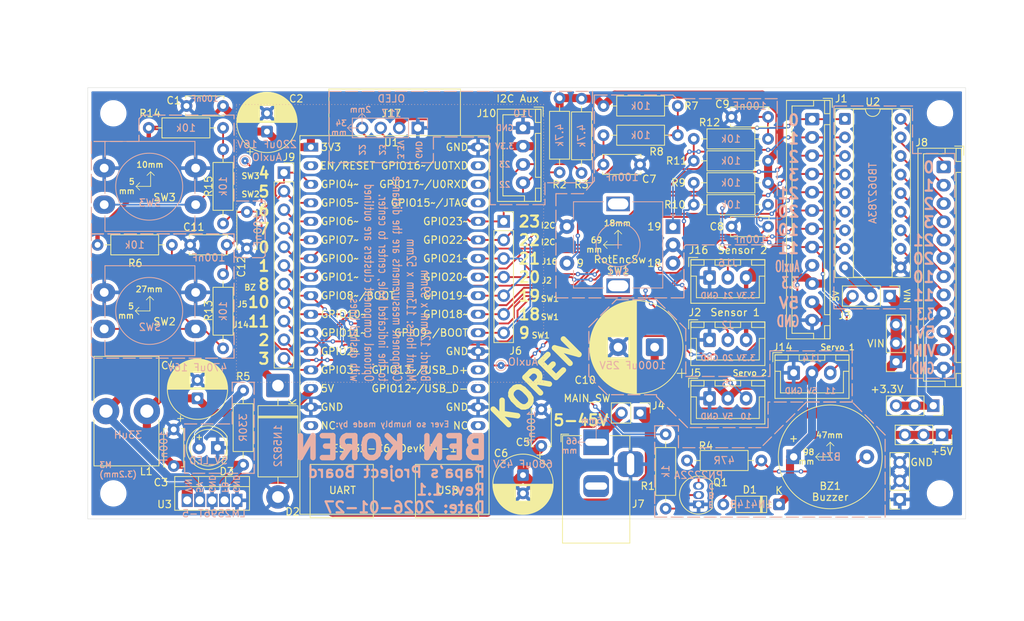
<source format=kicad_pcb>
(kicad_pcb (version 20241229) (generator "pcbnew") (generator_version "9.0")
  (title_block (title "Papa's Project Board (ESP32-C6-DevKitC-1-N8)") (date "2026-01-23") (rev "1.0") (company "Ben Koren"))
  (layers (0 "F.Cu" signal) (2 "B.Cu" signal) (13 "F.Paste" user) (15 "B.Paste" user) (5 "F.SilkS" user "F.Silkscreen") (7 "B.SilkS" user "B.Silkscreen") (1 "F.Mask" user) (3 "B.Mask" user) (25 "Edge.Cuts" user))
  (property "Rev" "1.1")
  (property "RevDate" "2026-01-27")
  (net 0 "")
  (net 1 "SPKR")
  (net 2 "+5V")
  (net 3 "+3.3V")
  (net 4 "GND")
  (net 5 "VIN")
  (net 6 "IO9")
  (net 7 "IO18")
  (net 8 "IO19")
  (net 9 "IO5")
  (net 10 "IO4")
  (net 11 "Net-(D2-K)")
  (net 12 "Net-(D3-A)")
  (net 13 "Net-(J3-Pin_2)")
  (net 14 "Net-(J4-Pin_2)")
  (net 15 "IO0")
  (net 16 "IO10")
  (net 17 "IO11")
  (net 18 "IO1")
  (net 19 "IO3")
  (net 20 "IO2")
  (net 21 "IO20")
  (net 23 "Net-(J8-Pin_1)")
  (net 24 "Net-(J8-Pin_8)")
  (net 25 "Net-(J8-Pin_4)")
  (net 26 "Net-(J8-Pin_2)")
  (net 27 "Net-(J8-Pin_7)")
  (net 28 "Net-(J8-Pin_3)")
  (net 29 "Net-(J8-Pin_6)")
  (net 30 "Net-(J8-Pin_5)")
  (net 31 "IO7")
  (net 32 "IO21")
  (net 33 "IO6")
  (net 34 "Net-(Q1-C)")
  (net 35 "Net-(Q1-B)")
  (net 36 "IO8")
  (net 37 "IO22")
  (net 38 "IO23")
  (net 39 "Net-(R13-Pad2)")
  (net 40 "Net-(R7-Pad2)")
  (net 41 "Net-(R10-Pad1)")
  (net 42 "Net-(R11-Pad2)")
  (net 43 "Net-(R14-Pad2)")
  (net 52 "AuxIO")
  (footprint "Connector_PinHeader_2.54mm:PinHeader_1x03_P2.54mm_Vertical" (layer "F.Cu") (at 166.12 60 -90)
    (property "Reference" "J3")
    (property "Value" "RLY_SLCT")
  )
  (footprint "Resistor_THT:R_Axial_DIN0207_L6.3mm_D2.5mm_P10.16mm_Horizontal" (layer "F.Cu") (at 57.84 53)
    (property "Reference" "R6")
    (property "Value" "10k")
  )
  (footprint "Resistor_THT:R_Axial_DIN0207_L6.3mm_D2.5mm_P10.16mm_Horizontal" (layer "F.Cu") (at 149.5 44.5 180)
    (property "Reference" "R9")
    (property "Value" "10k")
  )
  (footprint "Package_DIP:DIP-18_W7.62mm_Socket" (layer "F.Cu") (at 160 35.76)
    (property "Reference" "U2")
    (property "Value" "TBD62783A")
  )
  (footprint "Resistor_THT:R_Axial_DIN0207_L6.3mm_D2.5mm_P10.16mm_Horizontal" (layer "F.Cu") (at 149.5 41.5 180)
    (property "Reference" "R11")
    (property "Value" "10k")
  )
  (footprint "Capacitor_THT:C_Disc_D5.0mm_W2.5mm_P5.00mm" (layer "F.Cu") (at 75.5 53 180)
    (property "Reference" "C11")
    (property "Value" "100nF")
  )
  (footprint "Resistor_THT:R_Axial_DIN0207_L6.3mm_D2.5mm_P10.16mm_Horizontal" (layer "F.Cu") (at 77.75 83.08 90)
    (property "Reference" "R5")
    (property "Value" "330R")
  )
  (footprint "Capacitor_THT:C_Disc_D5.0mm_W2.5mm_P5.00mm" (layer "F.Cu") (at 68.25 83.25 90)
    (property "Reference" "C3")
    (property "Value" "100nF")
  )
  (footprint "Connector_PinSocket_2.54mm:PinSocket_1x03_P2.54mm_Vertical" (layer "F.Cu") (at 167.5 87.83 180)
    (property "Reference" "J15")
    (property "Value" "GND")
  )
  (footprint "Resistor_THT:R_Axial_DIN0207_L6.3mm_D2.5mm_P10.16mm_Horizontal" (layer "F.Cu") (at 64.84 37)
    (property "Reference" "R14")
    (property "Value" "10k")
  )
  (footprint "Resistor_THT:R_Axial_DIN0207_L6.3mm_D2.5mm_P10.16mm_Horizontal" (layer "F.Cu") (at 148.58 82.5 180)
    (property "Reference" "R4")
    (property "Value" "47R")
  )
  (footprint "Capacitor_THT:CP_Radial_D8.0mm_P2.50mm" (layer "F.Cu") (at 81 37.5 90)
    (property "Reference" "C2")
    (property "Value" "220uF 16V")
  )
  (footprint "LED_THT:LED_D5.0mm" (layer "F.Cu") (at 74.25 80.75 180)
    (property "Reference" "D3")
    (property "Value" "5V_LED")
  )
  (footprint "Capacitor_THT:C_Disc_D5.0mm_W2.5mm_P5.00mm" (layer "F.Cu") (at 78.25 48.5 -90)
    (property "Reference" "C12")
    (property "Value" "100nF")
  )
  (footprint "Capacitor_THT:CP_Radial_D8.0mm_P2.50mm" (layer "F.Cu") (at 71.5 74 90)
    (property "Reference" "C4")
    (property "Value" "470uF 16V")
  )
  (footprint "Resistor_THT:R_Axial_DIN0207_L6.3mm_D2.5mm_P10.16mm_Horizontal" (layer "F.Cu") (at 121 43.08 90)
    (property "Reference" "R2")
    (property "Value" "4.7k")
  )
  (footprint "Connector_PinSocket_2.54mm:PinSocket_1x11_P2.54mm_Vertical" (layer "F.Cu") (at 83.322 43.1155)
    (property "Reference" "J9")
    (property "Value" "LT")
  )
  (footprint "Connector_JST:JST_XH_B3B-XH-A_1x03_P2.50mm_Vertical" (layer "F.Cu") (at 153 70.5)
    (property "Reference" "J14")
    (property "Value" "Servo 1")
  )
  (footprint "Connector_JST:JST_XH_B3B-XH-A_1x03_P2.50mm_Vertical" (layer "F.Cu") (at 141.5 74)
    (property "Reference" "J5")
    (property "Value" "Servo 2")
  )
  (footprint "Resistor_THT:R_Axial_DIN0207_L6.3mm_D2.5mm_P10.16mm_Horizontal" (layer "F.Cu") (at 75 57 -90)
    (property "Reference" "R13")
    (property "Value" "10k")
  )
  (footprint "Connector_JST:JST_XH_B4B-XH-A_1x04_P2.50mm_Vertical" (layer "F.Cu") (at 116 37 -90)
    (property "Reference" "J10")
    (property "Value" "I2C Aux")
  )
  (footprint "Connector_JST:JST_XH_B12B-XH-A_1x12_P2.50mm_Vertical" (layer "F.Cu") (at 173.5 42.34 -90)
    (property "Reference" "J8")
    (property "Value" "RLY_OUT")
  )
  (footprint "Resistor_THT:R_Axial_DIN0207_L6.3mm_D2.5mm_P10.16mm_Horizontal" (layer "F.Cu") (at 135.5 89.08 90)
    (property "Reference" "R1")
    (property "Value" "1k")
  )
  (footprint "Connector_PinSocket_2.54mm:PinSocket_1x03_P2.54mm_Vertical" (layer "F.Cu") (at 173.29 79 -90)
    (property "Reference" "J12")
    (property "Value" "+5V")
  )
  (footprint "Package_TO_SOT_THT:TO-92_Inline" (layer "F.Cu") (at 140 88.5 90)
    (property "Reference" "Q1")
    (property "Value" "PN2222A")
  )
  (footprint "Capacitor_THT:C_Disc_D5.0mm_W2.5mm_P5.00mm" (layer "F.Cu") (at 118.5 80.5 90)
    (property "Reference" "C5")
    (property "Value" "100nF")
  )
  (footprint "Inductor_THT:L_Toroid_Vertical_L14.7mm_W8.6mm_P5.58mm_Pulse_KM-1" (layer "F.Cu") (at 59 75.75 90)
    (property "Reference" "L1")
    (property "Value" "33uH")
  )
  (footprint "Resistor_THT:R_Axial_DIN0207_L6.3mm_D2.5mm_P10.16mm_Horizontal" (layer "F.Cu") (at 127 34)
    (property "Reference" "R7")
    (property "Value" "10k")
  )
  (footprint "Connector_JST:JST_XH_B3B-XH-A_1x03_P2.50mm_Vertical" (layer "F.Cu") (at 141.5 57.475)
    (property "Reference" "J16")
    (property "Value" "Sensor 2")
  )
  (footprint "Resistor_THT:R_Axial_DIN0207_L6.3mm_D2.5mm_P10.16mm_Horizontal" (layer "F.Cu") (at 139.34 47.5)
    (property "Reference" "R10")
    (property "Value" "10k")
  )
  (footprint "Connector_PinSocket_2.54mm:PinSocket_1x03_P2.54mm_Vertical" (layer "F.Cu") (at 172.08 75 -90)
    (property "Reference" "J11")
    (property "Value" "+3.3V")
  )
  (footprint "MountingHole:MountingHole_3.2mm_M3" (layer "F.Cu") (at 60 35)
    (property "Reference" "H3" (hide yes))
    (property "Value" "MountingHole")
  )
  (footprint "Package_TO_SOT_THT:TO-220-5_Vertical" (layer "F.Cu") (at 70.1 87.95)
    (property "Reference" "U3")
    (property "Value" "LM2596T-5")
  )
  (footprint "Connector_JST:JST_XH_B12B-XH-A_1x12_P2.50mm_Vertical" (layer "F.Cu") (at 155.525 35.8 -90)
    (property "Reference" "J1")
    (property "Value" "GOOD")
  )
  (footprint "Capacitor_THT:C_Disc_D5.0mm_W2.5mm_P5.00mm" (layer "F.Cu") (at 75 34 180)
    (property "Reference" "C1")
    (property "Value" "100nF")
  )
  (footprint "Connector_PinSocket_2.54mm:PinSocket_1x03_P2.54mm_Vertical" (layer "F.Cu") (at 167 69 180)
    (property "Reference" "J13")
    (property "Value" "VIN")
  )
  (footprint "Resistor_THT:R_Axial_DIN0207_L6.3mm_D2.5mm_P10.16mm_Horizontal" (layer "F.Cu") (at 124 33 -90)
    (property "Reference" "R3")
    (property "Value" "4.7k")
  )
  (footprint "Capacitor_THT:C_Disc_D5.0mm_W2.5mm_P5.00mm" (layer "F.Cu") (at 149.5 50.5 180)
    (property "Reference" "C8")
    (property "Value" "100nF")
  )
  (footprint "Resistor_THT:R_Axial_DIN0207_L6.3mm_D2.5mm_P10.16mm_Horizontal" (layer "F.Cu") (at 137.16 38 180)
    (property "Reference" "R8")
    (property "Value" "10k")
  )
  (footprint "Connector_BarrelJack:BarrelJack_Horizontal" (layer "F.Cu") (at 126 80 90)
    (property "Reference" "J7")
    (property "Value" "Jack_MCU")
  )
  (footprint "Resistor_THT:R_Axial_DIN0207_L6.3mm_D2.5mm_P10.16mm_Horizontal" (layer "F.Cu") (at 139.34 38.5)
    (property "Reference" "R12")
    (property "Value" "10k")
  )
  (footprint "PCM_Espressif:ESP32-C6-DevKitC-1" (layer "F.Cu") (at 87 39.63)
    (property "Reference" "U1")
    (property "Value" "ESP32-C6-DevKitC-1")
  )
  (footprint "Connector_JST:JST_XH_B3B-XH-A_1x03_P2.50mm_Vertical" (layer "F.Cu") (at 141.5 66)
    (property "Reference" "J2")
    (property "Value" "Sensor 1")
  )
  (footprint "Capacitor_THT:CP_Radial_D12.5mm_P5.00mm" (layer "F.Cu") (at 134 67 180)
    (property "Reference" "C10")
    (property "Value" "1000uF 25V")
  )
  (footprint "MountingHole:MountingHole_3.2mm_M3" (layer "F.Cu") (at 60 87)
    (property "Reference" "H4" (hide yes))
    (property "Value" "MountingHole")
  )
  (footprint "Capacitor_THT:CP_Radial_D8.0mm_P2.50mm" (layer "F.Cu") (at 116 84.5 -90)
    (property "Reference" "C6")
    (property "Value" "680uF 45V")
  )
  (footprint "Connector_PinSocket_2.54mm:PinSocket_1x07_P2.54mm_Vertical" (layer "F.Cu") (at 113.36 49.79)
    (property "Reference" "J6")
    (property "Value" "RT")
  )
  (footprint "Buzzer_Beeper:Buzzer_D14mm_H7mm_P10mm" (layer "F.Cu") (at 153 82)
    (property "Reference" "BZ1")
    (property "Value" "Buzzer")
  )
  (footprint "Diode_THT:D_DO-201AD_P15.24mm_Horizontal" (layer "F.Cu") (at 82.5 72.25 -90)
    (property "Reference" "D2")
    (property "Value" "1N5822")
  )
  (footprint "Resistor_THT:R_Axial_DIN0207_L6.3mm_D2.5mm_P10.16mm_Horizontal" (layer "F.Cu") (at 75 50.08 90)
    (property "Reference" "R15")
    (property "Value" "10k")
  )
  (footprint "Capacitor_THT:C_Disc_D5.0mm_W2.5mm_P5.00mm" (layer "F.Cu") (at 149.5 35.5 180)
    (property "Reference" "C9")
    (property "Value" "100nF")
  )
  (footprint "Capacitor_THT:C_Disc_D5.0mm_W2.5mm_P5.00mm" (layer "F.Cu") (at 127 42)
    (property "Reference" "C7")
    (property "Value" "100nF")
  )
  (footprint "MountingHole:MountingHole_3.2mm_M3" (layer "F.Cu") (at 173 87)
    (property "Reference" "H2" (hide yes))
    (property "Value" "MountingHole")
  )
  (footprint "Diode_THT:D_DO-35_SOD27_P7.62mm_Horizontal" (layer "F.Cu") (at 151 88.5 180)
    (property "Reference" "D1")
    (property "Value" "1N4148")
  )
  (footprint "MountingHole:MountingHole_3.2mm_M3" (layer "F.Cu") (at 173 35)
    (property "Reference" "H1" (hide yes))
    (property "Value" "MountingHole")
  )
  (footprint "Connector_PinHeader_2.54mm:PinHeader_1x02_P2.54mm_Vertical" (layer "F.Cu") (at 132 76 -90)
    (property "Reference" "J4")
    (property "Value" "MAIN_SW")
  )
  (footprint "Button_Switch_THT:SW_PUSH-12mm_Wuerth-430476085716" (layer "B.Cu") (at 71.25 42.5 180)
    (property "Reference" "SW3")
    (property "Value" "SW_IO8" (hide yes))
  )
  (footprint "TestPoint:TestPoint_Pad_D1.0mm" (layer "B.Cu") (at 113 69.5 180)
    (property "Reference" "J19")
    (property "Value" "AuxIO")
  )
  (footprint "Rotary_Encoder:RotaryEncoder_Alps_EC11E-Switch_Vertical_H20mm" (layer "B.Cu") (at 136.5 50.5 180)
    (property "Reference" "SW1")
    (property "Value" "RotEncSw")
  )
  (footprint "Button_Switch_THT:SW_PUSH-12mm_Wuerth-430476085716" (layer "B.Cu") (at 71.25 59.5 180)
    (property "Reference" "SW2")
    (property "Value" "SW_IO5" (hide yes))
  )
  (footprint "TestPoint:TestPoint_Pad_D1.0mm" (layer "B.Cu") (at 78 41.5 180)
    (property "Reference" "J18")
    (property "Value" "AuxIO")
  )
  (footprint "Connector_PinSocket_2.54mm:PinSocket_1x04_P2.54mm_Vertical" (layer "B.Cu") (at 97.82 38.8 90)
    (property "Reference" "J17")
    (property "Value" "OLED")
  )
  (gr_line (start 156 82) (end 156.5 82.5) (stroke (width 0.1)) (layer "F.SilkS"))
  (gr_line (start 156 82) (end 156.5 81.5) (stroke (width 0.1)) (layer "F.SilkS"))
  (gr_line (start 129 51) (end 128.5 51.5) (stroke (width 0.1)) (layer "F.SilkS"))
  (gr_line (start 158 82) (end 158 80) (stroke (width 0.1)) (layer "F.SilkS"))
  (gr_line (start 65.1 43) (end 64.6 43.5) (stroke (width 0.1)) (layer "F.SilkS"))
  (gr_line (start 65.1 45) (end 63.1 45) (stroke (width 0.1)) (layer "F.SilkS"))
  (gr_line (start 63 62.04) (end 63.5 62.54) (stroke (width 0.1)) (layer "F.SilkS"))
  (gr_line (start 158 80) (end 158.5 80.5) (stroke (width 0.1)) (layer "F.SilkS"))
  (gr_line (start 129 51) (end 129.5 51.5) (stroke (width 0.1)) (layer "F.SilkS"))
  (gr_line (start 65 60.04) (end 64.5 60.54) (stroke (width 0.1)) (layer "F.SilkS"))
  (gr_line (start 65 62.04) (end 63 62.04) (stroke (width 0.1)) (layer "F.SilkS"))
  (gr_line (start 65.1 43) (end 65.6 43.5) (stroke (width 0.1)) (layer "F.SilkS"))
  (gr_line (start 127 53) (end 127.5 52.5) (stroke (width 0.1)) (layer "F.SilkS"))
  (gr_line (start 63 62.04) (end 63.5 61.54) (stroke (width 0.1)) (layer "F.SilkS"))
  (gr_line (start 129 53) (end 127 53) (stroke (width 0.1)) (layer "F.SilkS"))
  (gr_line (start 158 82) (end 156 82) (stroke (width 0.1)) (layer "F.SilkS"))
  (gr_line (start 158 80) (end 157.5 80.5) (stroke (width 0.1)) (layer "F.SilkS"))
  (gr_line (start 129 53) (end 129 51) (stroke (width 0.1)) (layer "F.SilkS"))
  (gr_line (start 63.1 45) (end 63.6 44.5) (stroke (width 0.1)) (layer "F.SilkS"))
  (gr_line (start 65.1 45) (end 65.1 43) (stroke (width 0.1)) (layer "F.SilkS"))
  (gr_line (start 65 62.04) (end 65 60.04) (stroke (width 0.1)) (layer "F.SilkS"))
  (gr_line (start 127 53) (end 127.5 53.5) (stroke (width 0.1)) (layer "F.SilkS"))
  (gr_line (start 63.1 45) (end 63.6 45.5) (stroke (width 0.1)) (layer "F.SilkS"))
  (gr_line (start 65 60.04) (end 65.5 60.54) (stroke (width 0.1)) (layer "F.SilkS"))
  (gr_line (start 94 35) (end 94.5 35.5) (stroke (width 0.1)) (layer "B.SilkS"))
  (gr_line (start 123.5 80) (end 124 80.5) (stroke (width 0.1)) (layer "B.SilkS"))
  (gr_line (start 92 37) (end 92.5 37.5) (stroke (width 0.1)) (layer "B.SilkS"))
  (gr_line (start 123.5 80) (end 124 79.5) (stroke (width 0.1)) (layer "B.SilkS"))
  (gr_line (start 126 80) (end 126 77.5) (stroke (width 0.1)) (layer "B.SilkS"))
  (gr_poly (pts (xy 134 77.75) (xy 134 88.75) (xy 134 90.25) (xy 165.5 90.25) (xy 165.5 79) (xy 161 74.5) (xy 154.75 74.5) (xy 148.5 80.75) (xy 137.25 80.75) (xy 137.25 77.75)) (stroke (width 0.15) (type dash)) (fill no) (layer "B.SilkS"))
  (gr_line (start 126 77.5) (end 126.5 78) (stroke (width 0.1)) (layer "B.SilkS"))
  (gr_poly (pts (xy 158.5 34) (xy 158.5 61.75) (xy 169 61.75) (xy 169 71.25) (xy 175 71.25) (xy 175 40.5) (xy 169.25 40.5) (xy 169.25 34)) (stroke (width 0.15) (type dash)) (fill no) (layer "B.SilkS"))
  (gr_line (start 94 37) (end 94 35) (stroke (width 0.1)) (layer "B.SilkS"))
  (gr_line (start 126 77.5) (end 125.5 78) (stroke (width 0.1)) (layer "B.SilkS"))
  (gr_poly (pts (xy 120.5 60.25) (xy 138 60.25) (xy 138 53.25) (xy 138.25 53) (xy 150.75 53) (xy 150.75 33) (xy 137 33) (xy 136.5 32.5) (xy 125.75 32.5) (xy 125.75 44.25) (xy 124.25 46) (xy 120.5 46)) (stroke (width 0.15) (type dash)) (fill no) (layer "B.SilkS"))
  (gr_poly (pts (xy 79.25 84.25) (xy 69.75 84.25) (xy 69.75 77.5) (xy 76.25 77.5) (xy 76.25 71.8) (xy 79.25 71.8)) (stroke (width 0.15) (type dash)) (fill no) (layer "B.SilkS"))
  (gr_line (start 92 37) (end 92.5 36.5) (stroke (width 0.1)) (layer "B.SilkS"))
  (gr_poly (pts (xy 161 74.5) (xy 149.5 74.5) (xy 149.5 78) (xy 138.5 78) (xy 134.25 73.75) (xy 134.25 73.5) (xy 127.5 73.5) (xy 125 71) (xy 125 64.25) (xy 128.75 60.5) (xy 134.25 60.5) (xy 138.25 64.5) (xy 138.25 71) (xy 149.75 71) (xy 149.75 67.5) (xy 161 67.5)) (stroke (width 0.15) (type dash)) (fill no) (layer "B.SilkS"))
  (gr_line (start 94 35) (end 93.5 35.5) (stroke (width 0.1)) (layer "B.SilkS"))
  (gr_poly (pts (xy 89.5 32) (xy 125.5 32) (xy 125.5 44.5) (xy 119 44.5) (xy 119 47.5) (xy 111.5 47.5) (xy 111.5 38.25) (xy 103.75 38.25) (xy 103.75 41.75) (xy 89.5 41.75)) (stroke (width 0.15) (type dash)) (fill no) (layer "B.SilkS"))
  (gr_line (start 94 37) (end 92 37) (stroke (width 0.1)) (layer "B.SilkS"))
  (gr_poly (pts (xy 80.5 54.75) (xy 80.75 54.5) (xy 80.75 47) (xy 76.5 47) (xy 76.5 35.25) (xy 73.82 35.25) (xy 64 35.25) (xy 63.5 35.75) (xy 63.5 38.85) (xy 57 38.85) (xy 57 51.5) (xy 76.5 51.5) (xy 76.5 54.5) (xy 76.75 54.75)) (stroke (width 0.15) (type dash)) (fill no) (layer "B.SilkS"))
  (gr_line (start 126 80) (end 123.5 80) (stroke (width 0.1)) (layer "B.SilkS"))
  (gr_poly (pts (xy 76.5 51.5) (xy 76.5 68.5) (xy 57.35 68.5) (xy 57 68.15) (xy 57 51.5)) (stroke (width 0.15) (type dash)) (fill no) (layer "B.SilkS"))
  (gr_rect (start 56.5 31.5) (end 176.5 90.5) (stroke (width 0.05)) (fill no) (layer "Edge.Cuts"))
  (gr_text "J14" (at 78.6 64.4 0) (layer "F.SilkS") (effects (font (size 0.8 0.8) (thickness 0.15) (bold yes)) (justify right bottom)))
  (gr_text "47mm" (at 157.9 79.5 0) (layer "F.SilkS") (effects (font (size 0.8 0.8) (thickness 0.15) (bold yes)) (justify bottom)))
  (gr_text "SW3" (at 80.072 44.043 0) (layer "F.SilkS") (effects (font (size 0.8 0.8) (thickness 0.15) (bold yes)) (justify right bottom)))
  (gr_text "J5" (at 78.422 61.593 0) (layer "F.SilkS") (effects (font (size 0.8 0.8) (thickness 0.15) (bold yes)) (justify right bottom)))
  (gr_text "5V" (at 159.25 60 90) (layer "F.SilkS") (effects (font (size 0.8 0.8) (thickness 0.15) (bold yes)) (justify bottom)))
  (gr_text "21" (at 115.257 54.8945 0) (layer "F.SilkS") (effects (font (size 1.5 1.5) (thickness 0.3) (bold yes)) (justify left)))
  (gr_text "9" (at 123.25 55.5 0) (layer "F.SilkS") (effects (font (size 1 1)) (justify left)))
  (gr_text "5-45V" (at 120 77 0) (layer "F.SilkS") (effects (font (size 1.5 1.5) (thickness 0.3) (bold yes)) (justify left)))
  (gr_text "2" (at 81.5 66.04 0) (layer "F.SilkS") (effects (font (size 1.5 1.5) (thickness 0.3) (bold yes)) (justify right)))
  (gr_text "5" (at 81.5 45.72 0) (layer "F.SilkS") (effects (font (size 1.5 1.5) (thickness 0.3) (bold yes)) (justify right)))
  (gr_text "SW1" (at 118.36 63.3475 0) (layer "F.SilkS") (effects (font (size 0.8 0.8) (thickness 0.15) (bold yes)) (justify left bottom)))
  (gr_text "0" (at 81.5 53.34 0) (layer "F.SilkS") (effects (font (size 1.5 1.5) (thickness 0.3) (bold yes)) (justify right)))
  (gr_text "8" (at 81.5 58.42 0) (layer "F.SilkS") (effects (font (size 1.5 1.5) (thickness 0.3) (bold yes)) (justify right)))
  (gr_text "19" (at 135 50.5 0) (layer "F.SilkS") (effects (font (size 1 1)) (justify right)))
  (gr_text "J16" (at 118.46 55.7475 0) (layer "F.SilkS") (effects (font (size 0.8 0.8) (thickness 0.15) (bold yes)) (justify left bottom)))
  (gr_text "BZ" (at 79.572 59.293 0) (layer "F.SilkS") (effects (font (size 0.8 0.8) (thickness 0.15) (bold yes)) (justify right bottom)))
  (gr_text "22" (at 115.257 52.3545 0) (layer "F.SilkS") (effects (font (size 1.5 1.5) (thickness 0.3) (bold yes)) (justify left)))
  (gr_text "10" (at 81.5 60.833 0) (layer "F.SilkS") (effects (font (size 1.5 1.5) (thickness 0.3) (bold yes)) (justify right)))
  (gr_text "19" (at 115.257 59.9745 0) (layer "F.SilkS") (effects (font (size 1.5 1.5) (thickness 0.3) (bold yes)) (justify left)))
  (gr_text "3" (at 81.5 68.58 0) (layer "F.SilkS") (effects (font (size 1.5 1.5) (thickness 0.3) (bold yes)) (justify right)))
  (gr_text "+" (at 71.75 79.75 0) (layer "F.SilkS") (effects (font (size 0.8 0.8) (thickness 0.15) (bold yes)) (justify bottom)))
  (gr_text "98\nmm" (at 155.9 82 0) (layer "F.SilkS") (effects (font (size 0.8 0.8) (thickness 0.15) (bold yes)) (justify right)))
  (gr_text "J2" (at 118.46 58.3475 0) (layer "F.SilkS") (effects (font (size 0.8 0.8) (thickness 0.15) (bold yes)) (justify left bottom)))
  (gr_text "SW2" (at 80.072 46.543 0) (layer "F.SilkS") (effects (font (size 0.8 0.8) (thickness 0.15) (bold yes)) (justify right bottom)))
  (gr_text "27mm" (at 64.9 59.54 0) (layer "F.SilkS") (effects (font (size 0.8 0.8) (thickness 0.15) (bold yes)) (justify bottom)))
  (gr_text "18" (at 115.257 62.5145 0) (layer "F.SilkS") (effects (font (size 1.5 1.5) (thickness 0.3) (bold yes)) (justify left)))
  (gr_text "10mm" (at 65 42.5 -0) (layer "F.SilkS") (effects (font (size 0.8 0.8) (thickness 0.15) (bold yes)) (justify bottom)))
  (gr_text "18mm" (at 128.9 50.5 0) (layer "F.SilkS") (effects (font (size 0.8 0.8) (thickness 0.15) (bold yes)) (justify bottom)))
  (gr_text "11" (at 81.5 63.5 0) (layer "F.SilkS") (effects (font (size 1.5 1.5) (thickness 0.3) (bold yes)) (justify right)))
  (gr_text "1" (at 81.5 55.88 0) (layer "F.SilkS") (effects (font (size 1.5 1.5) (thickness 0.3) (bold yes)) (justify right)))
  (gr_text "I2C" (at 118.36 53.0975 0) (layer "F.SilkS") (effects (font (size 0.8 0.8) (thickness 0.15) (bold yes)) (justify left bottom)))
  (gr_text "VIN" (at 168 60 270) (layer "F.SilkS") (effects (font (size 0.8 0.8) (thickness 0.15) (bold yes)) (justify bottom)))
  (gr_text "SW1" (at 117.11 65.8475 0) (layer "F.SilkS") (effects (font (size 0.8 0.8) (thickness 0.15) (bold yes)) (justify left bottom)))
  (gr_text "20" (at 115.257 57.4345 0) (layer "F.SilkS") (effects (font (size 1.5 1.5) (thickness 0.3) (bold yes)) (justify left)))
  (gr_text "18" (at 135 55.5 0) (layer "F.SilkS") (effects (font (size 1 1)) (justify right)))
  (gr_text "23" (at 115.257 49.8145 0) (layer "F.SilkS") (effects (font (size 1.5 1.5) (thickness 0.3) (bold yes)) (justify left)))
  (gr_text "KOREN" (at 111 76.25 45) (layer "F.SilkS") (effects (font (size 3 3) (thickness 0.75) (bold yes)) (justify left top)))
  (gr_text "SW1" (at 118.36 60.8475 0) (layer "F.SilkS") (effects (font (size 0.8 0.8) (thickness 0.15) (bold yes)) (justify left bottom)))
  (gr_text "9" (at 115.257 65.0545 0) (layer "F.SilkS") (effects (font (size 1.5 1.5) (thickness 0.3) (bold yes)) (justify left)))
  (gr_text "7" (at 81.5 50.8 0) (layer "F.SilkS") (effects (font (size 1.5 1.5) (thickness 0.3) (bold yes)) (justify right)))
  (gr_text "5\nmm" (at 63 45 0) (layer "F.SilkS") (effects (font (size 0.8 0.8) (thickness 0.15) (bold yes)) (justify right)))
  (gr_text "4" (at 81.5 43.18 0) (layer "F.SilkS") (effects (font (size 1.5 1.5) (thickness 0.3) (bold yes)) (justify right)))
  (gr_text "69\nmm" (at 126.9 53 0) (layer "F.SilkS") (effects (font (size 0.8 0.8) (thickness 0.15) (bold yes)) (justify right)))
  (gr_text "5\nmm" (at 62.9 62.04 0) (layer "F.SilkS") (effects (font (size 0.8 0.8) (thickness 0.15) (bold yes)) (justify right)))
  (gr_text "I2C" (at 118.36 50.3475 0) (layer "F.SilkS") (effects (font (size 0.8 0.8) (thickness 0.15) (bold yes)) (justify left)))
  (gr_text "6" (at 81.5 48.26 0) (layer "F.SilkS") (effects (font (size 1.5 1.5) (thickness 0.3) (bold yes)) (justify right)))
  (gr_text "GND" (at 73.5 87 270) (layer "B.SilkS") (effects (font (size 0.8 0.8) (thickness 0.15) (bold yes)) (justify left mirror)))
  (gr_text "5V" (at 172.58 65 -0) (layer "B.SilkS") (effects (font (size 1.5 1.5) (thickness 0.3) (bold yes)) (justify left mirror)))
  (gr_text "3.3" (at 172.38 62.5 -0) (layer "B.SilkS") (effects (font (size 1.5 1) (thickness 0.25) (bold yes)) (justify left mirror)))
  (gr_text "FB" (at 75.25 87 270) (layer "B.SilkS") (effects (font (size 0.8 0.8) (thickness 0.15) (bold yes)) (justify left mirror)))
  (gr_text "VIN" (at 172.58 67.5 -0) (layer "B.SilkS") (effects (font (size 1.5 1.3) (thickness 0.3) (bold yes)) (justify left mirror)))
  (gr_text "AuxIO" (at 153.905 55.96 0) (layer "B.SilkS") (effects (font (size 1.5 0.8) (thickness 0.2) (bold yes)) (justify left mirror)))
  (gr_text "3.3" (at 153.905 58.21 -0) (layer "B.SilkS") (effects (font (size 1.5 1) (thickness 0.25) (bold yes)) (justify left mirror)))
  (gr_text "23" (at 96.75 40 270) (layer "B.SilkS") (effects (font (size 0.8 0.8) (thickness 0.15) (bold yes)) (justify mirror)))
  (gr_text "1" (at 153.905 38.46 -0) (layer "B.SilkS") (effects (font (size 1.5 1.5) (thickness 0.3) (bold yes)) (justify left mirror)))
  (gr_text "21" (at 153.905 45.96 0) (layer "B.SilkS") (effects (font (size 1.5 1.5) (thickness 0.3) (bold yes)) (justify left mirror)))
  (gr_text "20" (at 144 68 -0) (layer "B.SilkS") (effects (font (size 0.8 0.8) (thickness 0.15) (bold yes)) (justify top mirror)))
  (gr_text "20" (at 153.905 48.46 0) (layer "B.SilkS") (effects (font (size 1.5 1.5) (thickness 0.3) (bold yes)) (justify left mirror)))
  (gr_text "10" (at 153.905 50.96 0) (layer "B.SilkS") (effects (font (size 1.5 1.5) (thickness 0.3) (bold yes)) (justify left mirror)))
  (gr_text "20" (at 172.38 54.9 0) (layer "B.SilkS") (effects (font (size 1.5 1.5) (thickness 0.3) (bold yes)) (justify left mirror)))
  (gr_text "GND" (at 172.38 69.9 -0) (layer "B.SilkS") (effects (font (size 1.5 1) (thickness 0.25) (bold yes)) (justify left mirror)))
  (gr_text "Papa's Project Board\nRev: ${Rev}\nDate: ${RevDate}" (at 111 86.5 0) (layer "B.SilkS") (effects (font (size 1.5 1.5) (thickness 0.3) (bold yes)) (justify left mirror)))
  (gr_text "0" (at 153.905 35.96 -0) (layer "B.SilkS") (effects (font (size 1.5 1.5) (thickness 0.3) (bold yes)) (justify left mirror)))
  (gr_text "BEN KOREN" (at 111.5 79 0) (layer "B.SilkS") (effects (font (size 3 3) (thickness 0.75) (bold yes)) (justify left top mirror)))
  (gr_text "21" (at 144 59.475 0) (layer "B.SilkS") (effects (font (size 0.8 0.8) (thickness 0.15) (bold yes)) (justify top mirror)))
  (gr_text "GND" (at 153.905 63.46 -0) (layer "B.SilkS") (effects (font (size 1.5 1) (thickness 0.25) (bold yes)) (justify left mirror)))
  (gr_text "GND" (at 153 72.5 0) (layer "B.SilkS") (effects (font (size 0.8 0.8) (thickness 0.15) (bold yes)) (justify top mirror)))
  (gr_text "3" (at 153.905 43.46 -0) (layer "B.SilkS") (effects (font (size 1.5 1.5) (thickness 0.3) (bold yes)) (justify left mirror)))
  (gr_text "0" (at 172.38 42.4 -0) (layer "B.SilkS") (effects (font (size 1.5 1.5) (thickness 0.3) (bold yes)) (justify left mirror)))
  (gr_text "66\nmm" (at 123.5 80.5 0) (layer "B.SilkS") (effects (font (size 0.8 0.8) (thickness 0.15) (bold yes)) (justify left mirror)))
  (gr_text "M3\n(3.2mm)" (at 58 83.75 0) (layer "B.SilkS") (effects (font (size 0.8 0.8) (thickness 0.15) (bold yes)) (justify right mirror)))
  (gr_text "5V" (at 71.75 87 270) (layer "B.SilkS") (effects (font (size 0.8 0.8) (thickness 0.15) (bold yes)) (justify left mirror)))
  (gr_text "Ever so humbly made by:" (at 106 78 0) (layer "B.SilkS") (effects (font (size 0.8 0.8) (thickness 0.15) (bold yes)) (justify left bottom mirror)))
  (gr_text "3.3V" (at 99.25 40 270) (layer "B.SilkS") (effects (font (size 0.8 0.8) (thickness 0.15) (bold yes)) (justify mirror)))
  (gr_text "GND" (at 141.5 76 0) (layer "B.SilkS") (effects (font (size 0.8 0.8) (thickness 0.15) (bold yes)) (justify top mirror)))
  (gr_text "11" (at 158 72.5 0) (layer "B.SilkS") (effects (font (size 0.8 0.8) (thickness 0.15) (bold yes)) (justify top mirror)))
  (gr_text "11" (at 153.905 53.46 0) (layer "B.SilkS") (effects (font (size 1.5 1.5) (thickness 0.3) (bold yes)) (justify left mirror)))
  (gr_text "GND" (at 141.5 68 0) (layer "B.SilkS") (effects (font (size 0.8 0.8) (thickness 0.15) (bold yes)) (justify top mirror)))
  (gr_text "23" (at 113.5 42 0) (layer "B.SilkS") (effects (font (size 0.8 0.8) (thickness 0.15) (bold yes)) (justify mirror)))
  (gr_text "E" (at 141.25 88.5 180) (layer "B.SilkS") (effects (font (size 0.8 0.8) (thickness 0.15) (bold yes)) (justify left mirror)))
  (gr_text "VIN" (at 70.25 87 270) (layer "B.SilkS") (effects (font (size 0.8 0.8) (thickness 0.15) (bold yes)) (justify left mirror)))
  (gr_text "5V" (at 155.5 72.5 0) (layer "B.SilkS") (effects (font (size 0.8 0.8) (thickness 0.15) (bold yes)) (justify top mirror)))
  (gr_text "10" (at 172.38 57.4 0) (layer "B.SilkS") (effects (font (size 1.5 1.5) (thickness 0.3) (bold yes)) (justify left mirror)))
  (gr_text "11" (at 172.38 59.9 0) (layer "B.SilkS") (effects (font (size 1.5 1.5) (thickness 0.3) (bold yes)) (justify left mirror)))
  (gr_text "1" (at 172.38 44.9 -0) (layer "B.SilkS") (effects (font (size 1.5 1.5) (thickness 0.3) (bold yes)) (justify left mirror)))
  (gr_text "3.3V" (at 113.5 39.5 0) (layer "B.SilkS") (effects (font (size 0.8 0.8) (thickness 0.15) (bold yes)) (justify mirror)))
  (gr_text "GND" (at 101.75 40 270) (layer "B.SilkS") (effects (font (size 0.8 0.8) (thickness 0.15) (bold yes)) (justify mirror)))
  (gr_text "GND" (at 141.5 59.475 0) (layer "B.SilkS") (effects (font (size 0.8 0.8) (thickness 0.15) (bold yes)) (justify top mirror)))
  (gr_text "2" (at 172.38 47.4 -0) (layer "B.SilkS") (effects (font (size 1.5 1.5) (thickness 0.3) (bold yes)) (justify left mirror)))
  (gr_text "GND" (at 76.8 87 270) (layer "B.SilkS") (effects (font (size 0.8 0.8) (thickness 0.15) (bold yes)) (justify left mirror)))
  (gr_text "2mm" (at 93.77 34.96 0) (layer "B.SilkS") (effects (font (size 0.8 0.8) (thickness 0.15) (bold yes)) (justify bottom mirror)))
  (gr_text "10" (at 146.5 76 0) (layer "B.SilkS") (effects (font (size 0.8 0.8) (thickness 0.15) (bold yes)) (justify top mirror)))
  (gr_text "3.3V" (at 146.5 68 0) (layer "B.SilkS") (effects (font (size 0.8 0.8) (thickness 0.15) (bold yes)) (justify top mirror)))
  (gr_text "Board: 120mm x 59mm\nMount Holes: 113mm x 52mm\nComponent measurements are the distance\nto the indicated hole, center to center.\nOptional component clusters are outlined\nwith dashed lines." (at 97.82 71.8 270) (layer "B.SilkS") (effects (font (size 1.2 0.85) (thickness 0.15) (bold yes)) (justify left mirror)))
  (gr_text "22" (at 94 40 -90) (layer "B.SilkS") (effects (font (size 0.8 0.8) (thickness 0.15) (bold yes)) (justify mirror)))
  (gr_text "5V" (at 144 76 0) (layer "B.SilkS") (effects (font (size 0.8 0.8) (thickness 0.15) (bold yes)) (justify top mirror)))
  (gr_text "3.3V" (at 146.5 59.475 0) (layer "B.SilkS") (effects (font (size 0.8 0.8) (thickness 0.15) (bold yes)) (justify top mirror)))
  (gr_text "21" (at 172.38 52.4 0) (layer "B.SilkS") (effects (font (size 1.5 1.5) (thickness 0.3) (bold yes)) (justify left mirror)))
  (gr_text "3" (at 172.38 49.9 -0) (layer "B.SilkS") (effects (font (size 1.5 1.5) (thickness 0.3) (bold yes)) (justify left mirror)))
  (gr_text "GND" (at 113.5 37 0) (layer "B.SilkS") (effects (font (size 0.8 0.8) (thickness 0.15) (bold yes)) (justify mirror)))
  (gr_text "2" (at 153.905 40.96 -0) (layer "B.SilkS") (effects (font (size 1.5 1.5) (thickness 0.3) (bold yes)) (justify left mirror)))
  (gr_text "34\nmm" (at 92 37 0) (layer "B.SilkS") (effects (font (size 0.8 0.8) (thickness 0.15) (bold yes)) (justify left mirror)))
  (gr_text "45mm" (at 125.77 77.5 0) (layer "B.SilkS") (effects (font (size 0.8 0.8) (thickness 0.15) (bold yes)) (justify bottom mirror)))
  (gr_text "B" (at 141.25 87.25 180) (layer "B.SilkS") (effects (font (size 0.8 0.8) (thickness 0.15) (bold yes)) (justify left mirror)))
  (gr_text "C" (at 141.25 86 180) (layer "B.SilkS") (effects (font (size 0.8 0.8) (thickness 0.15) (bold yes)) (justify left mirror)))
  (gr_text "22" (at 113.5 44.75 0) (layer "B.SilkS") (effects (font (size 0.8 0.8) (thickness 0.15) (bold yes)) (justify mirror)))
  (gr_text "5V" (at 153.905 60.96 -0) (layer "B.SilkS") (effects (font (size 1.5 1.5) (thickness 0.3) (bold yes)) (justify left mirror)))
  (segment (start 148.58 82.5) (end 150.08 84) (width 0.25) (layer "F.Cu") (net 1))
  (segment (start 148.58 82.5) (end 143.38 87.7) (width 0.25) (layer "F.Cu") (net 1))
  (segment (start 163 82) (end 162.5 82) (width 0.25) (layer "F.Cu") (net 1))
  (segment (start 150.08 84) (end 151 84) (width 0.25) (layer "F.Cu") (net 1))
  (segment (start 160.5 84) (end 154 84) (width 0.25) (layer "F.Cu") (net 1))
  (segment (start 162.5 82) (end 160.5 84) (width 0.25) (layer "F.Cu") (net 1))
  (segment (start 143.38 87.7) (end 143.38 88.5) (width 0.25) (layer "F.Cu") (net 1))
  (via (at 151 84) (size 0.6) (drill 0.3) (layers "F.Cu" "B.Cu") (net 1))
  (via (at 154 84) (size 0.6) (drill 0.3) (layers "F.Cu" "B.Cu") (net 1))
  (segment (start 154 84) (end 151 84) (width 0.25) (layer "B.Cu") (net 1))
  (segment (start 158.514 62.526) (end 161.04 60) (width 1.1) (layer "F.Cu") (net 2))
  (segment (start 145.726 72.274) (end 153.973556 72.274) (width 1.1) (layer "F.Cu") (net 2))
  (segment (start 64.58 79.58) (end 64.58 75.75) (width 1.1) (layer "F.Cu") (net 2))
  (segment (start 117.857554 78.949) (end 120.949 78.949) (width 1.1) (layer "F.Cu") (net 2))
  (segment (start 157.251 62.526) (end 155.525 60.8) (width 1.1) (layer "F.Cu") (net 2))
  (segment (start 152.5 82.5) (end 153 82) (width 1.1) (layer "F.Cu") (net 2))
  (segment (start 71.5 74) (end 66.33 74) (width 1.1) (layer "F.Cu") (net 2))
  (segment (start 91 88) (end 108.806554 88) (width 1.1) (layer "F.Cu") (net 2))
  (segment (start 175.226 66.566) (end 173.5 64.84) (width 1.1) (layer "F.Cu") (net 2))
  (segment (start 170.75 79) (end 173.29 79) (width 1.1) (layer "F.Cu") (net 2))
  (segment (start 134 69) (end 134 67) (width 1.1) (layer "F.Cu") (net 2))
  (segment (start 122.501 77.499) (end 125.501 77.499) (width 1.1) (layer "F.Cu") (net 2))
  (segment (start 155.5 79) (end 168.21 79) (width 1.1) (layer "F.Cu") (net 2))
  (segment (start 153 81.5) (end 155.5 79) (width 1.1) (layer "F.Cu") (net 2))
  (segment (start 77.75 83.08) (end 68.42 83.08) (width 1.1) (layer "F.Cu") (net 2))
  (segment (start 174.5 79) (end 175.226 78.274) (width 1.1) (layer "F.Cu") (net 2))
  (segment (start 168.21 79) (end 168.42 78.79) (width 1.1) (layer "F.Cu") (net 2))
  (segment (start 83.879397 80.879397) (end 91 88) (width 1.1) (layer "F.Cu") (net 2))
  (segment (start 155.5 70.5) (end 157.251 68.749) (width 1.1) (layer "F.Cu") (net 2))
  (segment (start 120.949 78.949) (end 121 79) (width 1.1) (layer "F.Cu") (net 2))
  (segment (start 175.226 78.274) (end 175.226 66.566) (width 1.1) (layer "F.Cu") (net 2))
  (segment (start 83.879397 76) (end 87 72.879397) (width 1.1) (layer "F.Cu") (net 2))
  (segment (start 73.5 76) (end 83.879397 76) (width 1.1) (layer "F.Cu") (net 2))
  (segment (start 68.42 83.08) (end 68.25 83.25) (width 1.1) (layer "F.Cu") (net 2))
  (segment (start 153.973556 72.274) (end 155.5 70.747556) (width 1.1) (layer "F.Cu") (net 2))
  (segment (start 125.501 77.499) (end 134 69) (width 1.1) (layer "F.Cu") (net 2))
  (segment (start 168.21 79) (end 170.75 79) (width 1.1) (layer "F.Cu") (net 2))
  (segment (start 157.251 62.526) (end 158.514 62.526) (width 1.1) (layer "F.Cu") (net 2))
  (segment (start 66.33 74) (end 64.58 75.75) (width 1.1) (layer "F.Cu") (net 2))
  (segment (start 152.5 87) (end 152.5 82.5) (width 1.1) (layer "F.Cu") (net 2))
  (segment (start 121 79) (end 122.501 77.499) (width 1.1) (layer "F.Cu") (net 2))
  (segment (start 87 72.879397) (end 87 72.65) (width 1.1) (layer "F.Cu") (net 2))
  (segment (start 144 74) (end 145.726 72.274) (width 1.1) (layer "F.Cu") (net 2))
  (segment (start 155.5 70.747556) (end 155.5 70.5) (width 1.1) (layer "F.Cu") (net 2))
  (segment (start 173.29 79) (end 174.5 79) (width 1.1) (layer "F.Cu") (net 2))
  (segment (start 144 74) (end 144 73.752444) (width 1.1) (layer "F.Cu") (net 2))
  (segment (start 144 73.752444) (end 142.247556 72) (width 1.1) (layer "F.Cu") (net 2))
  (segment (start 137 72) (end 134 69) (width 1.1) (layer "F.Cu") (net 2))
  (segment (start 151 88.5) (end 152.5 87) (width 1.1) (layer "F.Cu") (net 2))
  (segment (start 108.806554 88) (end 117.857554 78.949) (width 1.1) (layer "F.Cu") (net 2))
  (segment (start 83.879397 76) (end 83.879397 80.879397) (width 1.1) (layer "F.Cu") (net 2))
  (segment (start 142.247556 72) (end 137 72) (width 1.1) (layer "F.Cu") (net 2))
  (segment (start 153 82) (end 153 81.5) (width 1.1) (layer "F.Cu") (net 2))
  (segment (start 68.25 83.25) (end 64.58 79.58) (width 1.1) (layer "F.Cu") (net 2))
  (segment (start 71.5 74) (end 73.5 76) (width 1.1) (layer "F.Cu") (net 2))
  (segment (start 157.251 68.749) (end 157.251 62.526) (width 1.1) (layer "F.Cu") (net 2))
  (segment (start 152.5 82) (end 155.5 79) (width 1.1) (layer "B.Cu") (net 2))
  (segment (start 75.2 85.63) (end 77.75 83.08) (width 1.1) (layer "B.Cu") (net 2))
  (segment (start 75.2 87.95) (end 75.2 85.63) (width 1.1) (layer "B.Cu") (net 2))
  (segment (start 155.5 79) (end 155.5 70.5) (width 1.1) (layer "B.Cu") (net 2))
  (segment (start 72 37) (end 64.84 37) (width 0.6) (layer "F.Cu") (net 3))
  (segment (start 64.84 37) (end 64.84 44.16) (width 0.6) (layer "F.Cu") (net 3))
  (segment (start 121 32.92) (end 123.92 32.92) (width 1.1) (layer "F.Cu") (net 3))
  (segment (start 155.525 58.3) (end 169.46 58.3) (width 1.1) (layer "F.Cu") (net 3))
  (segment (start 146.5 57.475) (end 154.7 57.475) (width 1.1) (layer "F.Cu") (net 3))
  (segment (start 151.051 52.924) (end 146.5 57.475) (width 1.1) (layer "F.Cu") (net 3))
  (segment (start 151.051 46.051) (end 151.051 52.924) (width 1.1) (layer "F.Cu") (net 3))
  (segment (start 114.175 39.5) (end 116 39.5) (width 1.1) (layer "F.Cu") (net 3))
  (segment (start 124 33) (end 126 33) (width 1.1) (layer "F.Cu") (net 3))
  (segment (start 116 39.5) (end 117.825 39.5) (width 1.1) (layer "F.Cu") (net 3))
  (segment (start 146.5 57.475) (end 146.5 66) (width 0.6) (layer "F.Cu") (net 3))
  (segment (start 99.08 37) (end 99.08 36.338) (width 1.1) (layer "F.Cu") (net 3))
  (segment (start 169.54 75) (end 167 75) (width 1.1) (layer "F.Cu") (net 3))
  (segment (start 128.551 32.449) (end 148.699 32.449) (width 1.1) (layer "F.Cu") (net 3))
  (segment (start 99.08 34.58) (end 99.08 37) (width 1.1) (layer "F.Cu") (net 3))
  (segment (start 78.5 37.5) (end 75 34) (width 1.1) (layer "F.Cu") (net 3))
  (segment (start 110.074 35.399) (end 114.175 39.5) (width 1.1) (layer "F.Cu") (net 3))
  (segment (start 117.825 39.5) (end 121 36.325) (width 1.1) (layer "F.Cu") (net 3))
  (segment (start 100.019 35.399) (end 110.074 35.399) (width 1.1) (layer "F.Cu") (net 3))
  (segment (start 172.08 75) (end 169.54 75) (width 1.1) (layer "F.Cu") (net 3))
  (segment (start 99.08 36.338) (end 100.019 35.399) (width 1.1) (layer "F.Cu") (net 3))
  (segment (start 151.051 34.801) (end 151.051 39.949) (width 1.1) (layer "F.Cu") (net 3))
  (segment (start 127 34) (end 128.551 32.449) (width 1.1) (layer "F.Cu") (net 3))
  (segment (start 83.13 39.63) (end 81 37.5) (width 1.1) (layer "F.Cu") (net 3))
  (segment (start 81 37.5) (end 78.5 37.5) (width 1.1) (layer "F.Cu") (net 3))
  (segment (start 75 34) (end 72 37) (width 0.6) (layer "F.Cu") (net 3))
  (segment (start 148.699 32.449) (end 151.051 34.801) (width 1.1) (layer "F.Cu") (net 3))
  (segment (start 87 36.5) (end 89.5 34) (width 1.1) (layer "F.Cu") (net 3))
  (segment (start 87 39.63) (end 87 36.5) (width 1.1) (layer "F.Cu") (net 3))
  (segment (start 57.84 51.16) (end 57.84 53) (width 0.6) (layer "F.Cu") (net 3))
  (segment (start 149.5 44.5) (end 151.051 46.051) (width 1.1) (layer "F.Cu") (net 3))
  (segment (start 154.7 57.475) (end 155.525 58.3) (width 1.1) (layer "F.Cu") (net 3))
  (segment (start 98.5 34) (end 99.08 34.58) (width 1.1) (layer "F.Cu") (net 3))
  (segment (start 123.92 32.92) (end 124 33) (width 1.1) (layer "F.Cu") (net 3))
  (segment (start 121 36.325) (end 121 32.92) (width 1.1) (layer "F.Cu") (net 3))
  (segment (start 64.84 44.16) (end 57.84 51.16) (width 0.6) (layer "F.Cu") (net 3))
  (segment (start 169.46 58.3) (end 173.5 62.34) (width 1.1) (layer "F.Cu") (net 3))
  (segment (start 89.5 34) (end 98.5 34) (width 1.1) (layer "F.Cu") (net 3))
  (segment (start 87 39.63) (end 83.13 39.63) (width 1.1) (layer "F.Cu") (net 3))
  (segment (start 151.051 39.949) (end 149.5 41.5) (width 1.1) (layer "F.Cu") (net 3))
  (segment (start 126 33) (end 127 34) (width 1.1) (layer "F.Cu") (net 3))
  (segment (start 149.5 41.5) (end 149.5 44.5) (width 1.1) (layer "F.Cu") (net 3))
  (segment (start 170.5 65.34) (end 170.5 73.42) (width 1.1) (layer "B.Cu") (net 3))
  (segment (start 173.5 62.34) (end 170.5 65.34) (width 1.1) (layer "B.Cu") (net 3))
  (segment (start 170.5 73.42) (end 172.08 75) (width 1.1) (layer "B.Cu") (net 3))
  (segment (start 85.49 84.939) (end 71.259 84.939) (width 1.5) (layer "F.Cu") (net 5))
  (segment (start 132 76) (end 133.401 77.401) (width 1.5) (layer "F.Cu") (net 5))
  (segment (start 133.401 84.638652) (end 129.588652 88.451) (width 1.5) (layer "F.Cu") (net 5))
  (segment (start 116 84.5) (end 111.051 89.449) (width 1.5) (layer "F.Cu") (net 5))
  (segment (start 71.259 84.939) (end 70.1 86.098) (width 1.5) (layer "F.Cu") (net 5))
  (segment (start 116 83) (end 118.5 80.5) (width 1.5) (layer "F.Cu") (net 5))
  (segment (start 129.588652 88.451) (end 119.951 88.451) (width 1.5) (layer "F.Cu") (net 5))
  (segment (start 167 60.88) (end 166.12 60) (width 1.5) (layer "F.Cu") (net 5))
  (segment (start 167 66.46) (end 167 63.92) (width 1.5) (layer "F.Cu") (net 5))
  (segment (start 119.951 88.451) (end 116 84.5) (width 1.5) (layer "F.Cu") (net 5))
  (segment (start 168.66 67.34) (end 173.5 67.34) (width 1.5) (layer "F.Cu") (net 5))
  (segment (start 116 84.5) (end 116 83) (width 1.5) (layer "F.Cu") (net 5))
  (segment (start 167 69) (end 168.66 67.34) (width 1.5) (layer "F.Cu") (net 5))
  (segment (start 111.051 89.449) (end 90 89.449) (width 1.5) (layer "F.Cu") (net 5))
  (segment (start 160 76) (end 167 69) (width 1.5) (layer "F.Cu") (net 5))
  (segment (start 132 76) (end 160 76) (width 1.5) (layer "F.Cu") (net 5))
  (segment (start 167 69) (end 167 66.46) (width 1.5) (layer "F.Cu") (net 5))
  (segment (start 90 89.449) (end 85.49 84.939) (width 1.5) (layer "F.Cu") (net 5))
  (segment (start 167 63.92) (end 167 60.88) (width 1.5) (layer "F.Cu") (net 5))
  (segment (start 133.401 77.401) (end 133.401 84.638652) (width 1.5) (layer "F.Cu") (net 5))
  (segment (start 70.1 86.098) (end 70.1 87.95) (width 1.5) (layer "F.Cu") (net 5))
  (segment (start 109.86 65.03) (end 113.36 65.03) (width 0.25) (layer "F.Cu") (net 6))
  (segment (start 117 52.25) (end 117 52) (width 0.25) (layer "F.Cu") (net 6))
  (segment (start 127 42) (end 127 38) (width 0.25) (layer "F.Cu") (net 6))
  (segment (start 117 52) (end 127 42) (width 0.25) (layer "F.Cu") (net 6))
  (via (at 117 52.25) (size 0.6) (drill 0.3) (layers "F.Cu" "B.Cu") (net 6))
  (segment (start 113.36 65.03) (end 117 61.39) (width 0.25) (layer "B.Cu") (net 6))
  (segment (start 117 61.39) (end 117 52.25) (width 0.25) (layer "B.Cu") (net 6))
  (segment (start 113.36 62.39) (end 116.25 59.5) (width 0.25) (layer "F.Cu") (net 7))
  (segment (start 127.340425 56.826) (end 137.049248 56.826) (width 0.25) (layer "F.Cu") (net 7))
  (segment (start 137.687376 56.312624) (end 142.374 51.626) (width 0.25) (layer "F.Cu") (net 7))
  (segment (start 113.36 62.49) (end 113.36 62.39) (width 0.25) (layer "F.Cu") (net 7))
  (segment (start 137.049248 56.826) (end 137.562624 56.312624) (width 0.25) (layer "F.Cu") (net 7))
  (segment (start 142.374 51.626) (end 148.374 51.626) (width 0.25) (layer "F.Cu") (net 7))
  (segment (start 109.86 62.49) (end 113.36 62.49) (width 0.25) (layer "F.Cu") (net 7))
  (segment (start 116.25 59.5) (end 124.666425 59.5) (width 0.25) (layer "F.Cu") (net 7))
  (segment (start 148.374 51.626) (end 149.5 50.5) (width 0.25) (layer "F.Cu") (net 7))
  (segment (start 124.666425 59.5) (end 127.340425 56.826) (width 0.25) (layer "F.Cu") (net 7))
  (segment (start 137.562624 56.312624) (end 137.687376 56.312624) (width 0.25) (layer "F.Cu") (net 7))
  (segment (start 147.947 49.053) (end 147.947 50.07837) (width 0.25) (layer "B.Cu") (net 7))
  (segment (start 149.5 47.5) (end 147.947 49.053) (width 0.25) (layer "B.Cu") (net 7))
  (segment (start 148.36863 50.5) (end 149.5 50.5) (width 0.25) (layer "B.Cu") (net 7))
  (segment (start 147.947 50.07837) (end 148.36863 50.5) (width 0.25) (layer "B.Cu") (net 7))
  (segment (start 138.214 41.286) (end 138.214 40.786) (width 0.25) (layer "F.Cu") (net 8))
  (segment (start 141.715428 40.25) (end 146.465428 35.5) (width 0.25) (layer "F.Cu") (net 8))
  (segment (start 116.304323 53) (end 121.75 53) (width 0.25) (layer "F.Cu") (net 8))
  (segment (start 109.86 59.95) (end 113.36 59.95) (width 0.25) (layer "F.Cu") (net 8))
  (segment (start 116.258323 52.954) (end 116.304323 53) (width 0.25) (layer "F.Cu") (net 8))
  (segment (start 138.214 40.786) (end 138.75 40.25) (width 0.25) (layer "F.Cu") (net 8))
  (segment (start 121.75 53) (end 126.5 53) (width 0.25) (layer "F.Cu") (net 8))
  (segment (start 146.465428 35.5) (end 149.5 35.5) (width 0.25) (layer "F.Cu") (net 8))
  (segment (start 149.5 35.5) (end 149.5 38.5) (width 0.25) (layer "F.Cu") (net 8))
  (segment (start 126.5 53) (end 138.214 41.286) (width 0.25) (layer "F.Cu") (net 8))
  (segment (start 140 40.25) (end 141.715428 40.25) (width 0.25) (layer "F.Cu") (net 8))
  (via (at 138.75 40.25) (size 0.6) (drill 0.3) (layers "F.Cu" "B.Cu") (net 8))
  (via (at 116.258323 52.954) (size 0.6) (drill 0.3) (layers "F.Cu" "B.Cu") (net 8))
  (via (at 140 40.25) (size 0.6) (drill 0.3) (layers "F.Cu" "B.Cu") (net 8))
  (segment (start 116.258323 57.051677) (end 113.36 59.95) (width 0.25) (layer "B.Cu") (net 8))
  (segment (start 138.75 40.25) (end 140 40.25) (width 0.25) (layer "B.Cu") (net 8))
  (segment (start 116.258323 52.954) (end 116.258323 57.051677) (width 0.25) (layer "B.Cu") (net 8))
  (segment (start 84.9165 47.25) (end 87 47.25) (width 0.25) (layer "F.Cu") (net 9))
  (segment (start 83.322 45.6555) (end 83.322 45.770405) (width 0.25) (layer "F.Cu") (net 9))
  (segment (start 75.5 56.5) (end 75 57) (width 0.25) (layer "F.Cu") (net 9))
  (segment (start 83.322 45.770405) (end 76.092405 53) (width 0.25) (layer "F.Cu") (net 9))
  (segment (start 76.092405 53) (end 75.5 53) (width 0.25) (layer "F.Cu") (net 9))
  (segment (start 75.5 53) (end 75.5 56.5) (width 0.25) (layer "F.Cu") (net 9))
  (segment (start 83.322 45.6555) (end 84.9165 47.25) (width 0.25) (layer "F.Cu") (net 9))
  (segment (start 83.322 43.1155) (end 83.322 44.4795) (width 0.25) (layer "F.Cu") (net 10))
  (segment (start 82.146 46.142616) (end 82.280608 46.277225) (width 0.25) (layer "F.Cu") (net 10))
  (segment (start 76.58 48.5) (end 75 50.08) (width 0.25) (layer "F.Cu") (net 10))
  (segment (start 82.146 45.168384) (end 82.146 46.142616) (width 0.25) (layer "F.Cu") (net 10))
  (segment (start 78.25 48.5) (end 76.58 48.5) (width 0.25) (layer "F.Cu") (net 10))
  (segment (start 85.4055 43.1155) (end 87 44.71) (width 0.25) (layer "F.Cu") (net 10))
  (segment (start 82.834884 44.4795) (end 82.146 45.168384) (width 0.25) (layer "F.Cu") (net 10))
  (segment (start 80.120333 48.4375) (end 78 48.4375) (width 0.25) (layer "F.Cu") (net 10))
  (segment (start 83.322 44.4795) (end 82.834884 44.4795) (width 0.25) (layer "F.Cu") (net 10))
  (segment (start 82.280608 46.277225) (end 80.120333 48.4375) (width 0.25) (layer "F.Cu") (net 10))
  (segment (start 83.322 43.1155) (end 85.4055 43.1155) (width 0.25) (layer "F.Cu") (net 10))
  (segment (start 80.199 69.949) (end 82.5 72.25) (width 1.1) (layer "F.Cu") (net 11))
  (segment (start 64.801 69.949) (end 80.199 69.949) (width 1.1) (layer "F.Cu") (net 11))
  (segment (start 59 75.75) (end 64.801 69.949) (width 1.1) (layer "F.Cu") (net 11))
  (segment (start 59 76.193446) (end 59 75.75) (width 1.1) (layer "B.Cu") (net 11))
  (segment (start 71.8 87.95) (end 71.8 86.498) (width 1.1) (layer "B.Cu") (net 11))
  (segment (start 67.607554 84.801) (end 59 76.193446) (width 1.1) (layer "B.Cu") (net 11))
  (segment (start 71.8 86.498) (end 70.103 84.801) (width 1.1) (layer "B.Cu") (net 11))
  (segment (start 70.103 84.801) (end 67.607554 84.801) (width 1.1) (layer "B.Cu") (net 11))
  (segment (start 77.75 72.92) (end 71.71 78.96) (width 1.1) (layer "B.Cu") (net 12))
  (segment (start 71.71 78.96) (end 71.71 80.75) (width 1.1) (layer "B.Cu") (net 12))
  (segment (start 160 56.08) (end 163.58 59.66) (width 1.5) (layer "B.Cu") (net 13))
  (segment (start 163.58 59.66) (end 163.58 60) (width 1.5) (layer "B.Cu") (net 13))
  (segment (start 126 79.46) (end 129.46 76) (width 1.5) (layer "F.Cu") (net 14))
  (segment (start 126 80) (end 126 79.46) (width 1.5) (layer "F.Cu") (net 14))
  (segment (start 159.96 35.8) (end 160 35.76) (width 0.25) (layer "F.Cu") (net 15))
  (segment (start 126.674405 53.506) (end 137.554405 42.626) (width 0.25) (layer "F.Cu") (net 15))
  (segment (start 155.525 35.8) (end 159.96 35.8) (width 0.25) (layer "F.Cu") (net 15))
  (segment (start 87 54.87) (end 88.364 53.506) (width 0.25) (layer "F.Cu") (net 15))
  (segment (start 84.9165 54.87) (end 87 54.87) (width 0.25) (layer "F.Cu") (net 15))
  (segment (start 83.322 53.2755) (end 84.9165 54.87) (width 0.25) (layer "F.Cu") (net 15))
  (segment (start 139.874 42.626) (end 145.5 37) (width 0.25) (layer "F.Cu") (net 15))
  (segment (start 145.5 37) (end 148 37) (width 0.25) (layer "F.Cu") (net 15))
  (segment (start 153.2 35.8) (end 155.525 35.8) (width 0.25) (layer "F.Cu") (net 15))
  (segment (start 88.364 53.506) (end 126.674405 53.506) (width 0.25) (layer "F.Cu") (net 15))
  (segment (start 152.25 36.75) (end 153.2 35.8) (width 0.25) (layer "F.Cu") (net 15))
  (segment (start 137.554405 42.626) (end 139.874 42.626) (width 0.25) (layer "F.Cu") (net 15))
  (via (at 148 37) (size 0.6) (drill 0.3) (layers "F.Cu" "B.Cu") (net 15))
  (via (at 152.25 36.75) (size 0.6) (drill 0.3) (layers "F.Cu" "B.Cu") (net 15))
  (segment (start 152 37) (end 148 37) (width 0.25) (layer "B.Cu") (net 15))
  (segment (start 152.25 36.75) (end 152 37) (width 0.25) (layer "B.Cu") (net 15))
  (segment (start 152.25 51.25) (end 152.7 50.8) (width 0.25) (layer "F.Cu") (net 16))
  (segment (start 149.546489 51.855077) (end 149.397566 52.004) (width 0.25) (layer "F.Cu") (net 16))
  (segment (start 92.5 63.75) (end 114 63.75) (width 0.25) (layer "F.Cu") (net 16))
  (segment (start 114.75 63) (end 114.75 61.534572) (width 0.25) (layer "F.Cu") (net 16))
  (segment (start 159.8 50.8) (end 160 51) (width 0.25) (layer "F.Cu") (net 16))
  (segment (start 87 62.49) (end 91.24 62.49) (width 0.25) (layer "F.Cu") (net 16))
  (segment (start 134.715428 60) (end 132.75 60) (width 0.25) (layer "F.Cu") (net 16))
  (segment (start 114 63.75) (end 114.75 63) (width 0.25) (layer "F.Cu") (net 16))
  (segment (start 150.074 51.855077) (end 149.546489 51.855077) (width 0.25) (layer "F.Cu") (net 16))
  (segment (start 144.375 71.875) (end 133.5 61) (width 0.25) (layer "F.Cu") (net 16))
  (segment (start 155.525 50.8) (end 159.8 50.8) (width 0.25) (layer "F.Cu") (net 16))
  (segment (start 116.284572 60) (end 132.75 60) (width 0.25) (layer "F.Cu") (net 16))
  (segment (start 84.9165 62.49) (end 87 62.49) (width 0.25) (layer "F.Cu") (net 16))
  (segment (start 114.75 61.534572) (end 116.284572 60) (width 0.25) (layer "F.Cu") (net 16))
  (segment (start 149.397566 52.004) (end 142.711428 52.004) (width 0.25) (layer "F.Cu") (net 16))
  (segment (start 83.322 60.8955) (end 84.9165 62.49) (width 0.25) (layer "F.Cu") (net 16))
  (segment (start 91.24 62.49) (end 91.25 62.5) (width 0.25) (layer "F.Cu") (net 16))
  (segment (start 142.711428 52.004) (end 134.715428 60) (width 0.25) (layer "F.Cu") (net 16))
  (segment (start 152.7 50.8) (end 155.525 50.8) (width 0.25) (layer "F.Cu") (net 16))
  (segment (start 132.75 59.25) (end 132.75 60) (width 0.25) (layer "F.Cu") (net 16))
  (via (at 91.24 62.49) (size 0.6) (drill 0.3) (layers "F.Cu" "B.Cu") (net 16))
  (via (at 132.75 59.25) (size 0.6) (drill 0.3) (layers "F.Cu" "B.Cu") (net 16))
  (via (at 150.074 51.855077) (size 0.6) (drill 0.3) (layers "F.Cu" "B.Cu") (net 16))
  (via (at 92.5 63.75) (size 0.6) (drill 0.3) (layers "F.Cu" "B.Cu") (net 16))
  (via (at 133.5 61) (size 0.6) (drill 0.3) (layers "F.Cu" "B.Cu") (net 16))
  (via (at 152.25 51.25) (size 0.6) (drill 0.3) (layers "F.Cu" "B.Cu") (net 16))
  (via (at 144.375 71.875) (size 0.6) (drill 0.3) (layers "F.Cu" "B.Cu") (net 16))
  (segment (start 132.75 60.25) (end 132.75 59.25) (width 0.25) (layer "B.Cu") (net 16))
  (segment (start 133.5 61) (end 132.75 60.25) (width 0.25) (layer "B.Cu") (net 16))
  (segment (start 150.105077 51.855077) (end 150.125 51.875) (width 0.25) (layer "B.Cu") (net 16))
  (segment (start 146.5 74) (end 144.375 71.875) (width 0.25) (layer "B.Cu") (net 16))
  (segment (start 150.074 51.855077) (end 150.105077 51.855077) (width 0.25) (layer "B.Cu") (net 16))
  (segment (start 151.625 51.875) (end 152.25 51.25) (width 0.25) (layer "B.Cu") (net 16))
  (segment (start 150.125 51.875) (end 151.625 51.875) (width 0.25) (layer "B.Cu") (net 16))
  (segment (start 92.5 63.75) (end 91.24 62.49) (width 0.25) (layer "B.Cu") (net 16))
  (segment (start 157 57) (end 157 54.775) (width 0.25) (layer "F.Cu") (net 17))
  (segment (start 84.9165 65.03) (end 87 65.03) (width 0.25) (layer "F.Cu") (net 17))
  (segment (start 149.653912 52.653912) (end 149.382 52.382) (width 0.25) (layer "F.Cu") (net 17))
  (segment (start 152.25 53.3) (end 155.525 53.3) (width 0.25) (layer "F.Cu") (net 17))
  (segment (start 155.525 53.3) (end 159.76 53.3) (width 0.25) (layer "F.Cu") (net 17))
  (segment (start 149.382 52.382) (end 142.868 52.382) (width 0.25) (layer "F.Cu") (net 17))
  (segment (start 159.76 53.3) (end 160 53.54) (width 0.25) (layer "F.Cu") (net 17))
  (segment (start 116.872 60.378) (end 115.25 62) (width 0.25) (layer "F.Cu") (net 17))
  (segment (start 134.872 60.378) (end 116.872 60.378) (width 0.25) (layer "F.Cu") (net 17))
  (segment (start 158 70.5) (end 160.25 68.25) (width 0.25) (layer "F.Cu") (net 17))
  (segment (start 142.868 52.382) (end 134.872 60.378) (width 0.25) (layer "F.Cu") (net 17))
  (segment (start 115.25 62) (end 115.25 64.803116) (width 0.25) (layer "F.Cu") (net 17))
  (segment (start 160.25 68.25) (end 160.25 62.5) (width 0.25) (layer "F.Cu") (net 17))
  (segment (start 115.25 64.803116) (end 113.847116 66.206) (width 0.25) (layer "F.Cu") (net 17))
  (segment (start 157 54.775) (end 155.525 53.3) (width 0.25) (layer "F.Cu") (net 17))
  (segment (start 83.322 63.4355) (end 84.9165 65.03) (width 0.25) (layer "F.Cu") (net 17))
  (segment (start 113.847116 66.206) (end 90 66.206) (width 0.25) (layer "F.Cu") (net 17))
  (via (at 149.653912 52.653912) (size 0.6) (drill 0.3) (layers "F.Cu" "B.Cu") (net 17))
  (via (at 90 66.206) (size 0.6) (drill 0.3) (layers "F.Cu" "B.Cu") (net 17))
  (via (at 152.25 53.3) (size 0.6) (drill 0.3) (layers "F.Cu" "B.Cu") (net 17))
  (via (at 157 57) (size 0.6) (drill 0.3) (layers "F.Cu" "B.Cu") (net 17))
  (via (at 160.25 62.5) (size 0.6) (drill 0.3) (layers "F.Cu" "B.Cu") (net 17))
  (segment (start 88.176 66.206) (end 87 65.03) (width 0.25) (layer "B.Cu") (net 17))
  (segment (start 157 57) (end 157 59.25) (width 0.25) (layer "B.Cu") (net 17))
  (segment (start 151.95 53) (end 150 53) (width 0.25) (layer "B.Cu") (net 17))
  (segment (start 157 59.25) (end 160.25 62.5) (width 0.25) (layer "B.Cu") (net 17))
  (segment (start 152.25 53.3) (end 151.95 53) (width 0.25) (layer "B.Cu") (net 17))
  (segment (start 150 53) (end 149.653912 52.653912) (width 0.25) (layer "B.Cu") (net 17))
  (segment (start 90 66.206) (end 88.176 66.206) (width 0.25) (layer "B.Cu") (net 17))
  (segment (start 88.176 56.234) (end 113.766 56.234) (width 0.25) (layer "F.Cu") (net 18))
  (segment (start 113.766 56.234) (end 116 54) (width 0.25) (layer "F.Cu") (net 18))
  (segment (start 152.25 38.3) (end 155.525 38.3) (width 0.25) (layer "F.Cu") (net 18))
  (segment (start 83.322 55.8155) (end 84.9165 57.41) (width 0.25) (layer "F.Cu") (net 18))
  (segment (start 155.525 38.3) (end 160 38.3) (width 0.25) (layer "F.Cu") (net 18))
  (segment (start 143.034573 40) (end 149.5 40) (width 0.25) (layer "F.Cu") (net 18))
  (segment (start 87 57.41) (end 88.176 56.234) (width 0.25) (layer "F.Cu") (net 18))
  (segment (start 140.030573 43.004) (end 143.034573 40) (width 0.25) (layer "F.Cu") (net 18))
  (segment (start 84.9165 57.41) (end 87 57.41) (width 0.25) (layer "F.Cu") (net 18))
  (segment (start 116 54) (end 127 54) (width 0.25) (layer "F.Cu") (net 18))
  (segment (start 127 54) (end 137.996 43.004) (width 0.25) (layer "F.Cu") (net 18))
  (segment (start 137.996 43.004) (end 140.030573 43.004) (width 0.25) (layer "F.Cu") (net 18))
  (via (at 149.5 40) (size 0.6) (drill 0.3) (layers "F.Cu" "B.Cu") (net 18))
  (via (at 152.25 38.3) (size 0.6) (drill 0.3) (layers "F.Cu" "B.Cu") (net 18))
  (segment (start 150 40) (end 149.5 40) (width 0.25) (layer "B.Cu") (net 18))
  (segment (start 152.25 38.3) (end 151.7 38.3) (width 0.25) (layer "B.Cu") (net 18))
  (segment (start 151.7 38.3) (end 150 40) (width 0.25) (layer "B.Cu") (net 18))
  (segment (start 87.39 70.11) (end 87 70.11) (width 0.25) (layer "F.Cu") (net 19))
  (segment (start 88.5 66.604572) (end 88.5 69) (width 0.25) (layer "F.Cu") (net 19))
  (segment (start 149.449997 46.25) (end 135.819144 46.25) (width 0.25) (layer "F.Cu") (net 19))
  (segment (start 93.854572 61.25) (end 88.5 66.604572) (width 0.25) (layer "F.Cu") (net 19))
  (segment (start 159.92 43.3) (end 160 43.38) (width 0.25) (layer "F.Cu") (net 19))
  (segment (start 84.9165 70.11) (end 87 70.11) (width 0.25) (layer "F.Cu") (net 19))
  (segment (start 116.122 58.878) (end 113.75 61.25) (width 0.25) (layer "F.Cu") (net 19))
  (segment (start 155.525 43.3) (end 159.92 43.3) (width 0.25) (layer "F.Cu") (net 19))
  (segment (start 152.45 43.3) (end 155.525 43.3) (width 0.25) (layer "F.Cu") (net 19))
  (segment (start 135.819144 46.25) (end 123.191145 58.878) (width 0.25) (layer "F.Cu") (net 19))
  (segment (start 83.322 68.5155) (end 84.9165 70.11) (width 0.25) (layer "F.Cu") (net 19))
  (segment (start 113.75 61.25) (end 93.854572 61.25) (width 0.25) (layer "F.Cu") (net 19))
  (segment (start 151.125 44.625) (end 152.45 43.3) (width 0.25) (layer "F.Cu") (net 19))
  (segment (start 149.5 46.199997) (end 149.449997 46.25) (width 0.25) (layer "F.Cu") (net 19))
  (segment (start 88.5 69) (end 87.39 70.11) (width 0.25) (layer "F.Cu") (net 19))
  (segment (start 123.191145 58.878) (end 116.122 58.878) (width 0.25) (layer "F.Cu") (net 19))
  (via (at 149.5 46.199997) (size 0.6) (drill 0.3) (layers "F.Cu" "B.Cu") (net 19))
  (via (at 151.125 44.625) (size 0.6) (drill 0.3) (layers "F.Cu" "B.Cu") (net 19))
  (segment (start 149.550003 46.199997) (end 151.125 44.625) (width 0.25) (layer "B.Cu") (net 19))
  (segment (start 149.5 46.199997) (end 149.550003 46.199997) (width 0.25) (layer "B.Cu") (net 19))
  (segment (start 152.7 40.8) (end 155.525 40.8) (width 0.25) (layer "F.Cu") (net 20))
  (segment (start 159.96 40.8) (end 160 40.84) (width 0.25) (layer "F.Cu") (net 20))
  (segment (start 150.75 42.75) (end 152.7 40.8) (width 0.25) (layer "F.Cu") (net 20))
  (segment (start 95.984 58.586) (end 87 67.57) (width 0.25) (layer "F.Cu") (net 20))
  (segment (start 155.525 40.8) (end 159.96 40.8) (width 0.25) (layer "F.Cu") (net 20))
  (segment (start 83.322 65.9755) (end 84.9165 67.57) (width 0.25) (layer "F.Cu") (net 20))
  (segment (start 140 45.75) (end 135.784572 45.75) (width 0.25) (layer "F.Cu") (net 20))
  (segment (start 148.25 43) (end 142.75 43) (width 0.25) (layer "F.Cu") (net 20))
  (segment (start 135.784572 45.75) (end 123.034572 58.5) (width 0.25) (layer "F.Cu") (net 20))
  (segment (start 123.034572 58.5) (end 114.5 58.5) (width 0.25) (layer "F.Cu") (net 20))
  (segment (start 114.414 58.586) (end 95.984 58.586) (width 0.25) (layer "F.Cu") (net 20))
  (segment (start 84.9165 67.57) (end 87 67.57) (width 0.25) (layer "F.Cu") (net 20))
  (segment (start 114.5 58.5) (end 114.414 58.586) (width 0.25) (layer "F.Cu") (net 20))
  (segment (start 142.75 43) (end 140 45.75) (width 0.25) (layer "F.Cu") (net 20))
  (via (at 150.75 42.75) (size 0.6) (drill 0.3) (layers "F.Cu" "B.Cu") (net 20))
  (via (at 148.25 43) (size 0.6) (drill 0.3) (layers "F.Cu" "B.Cu") (net 20))
  (segment (start 150.5 43) (end 150.75 42.75) (width 0.25) (layer "B.Cu") (net 20))
  (segment (start 148.25 43) (end 150.5 43) (width 0.25) (layer "B.Cu") (net 20))
  (segment (start 134.75 56.25) (end 131.065926 52.565926) (width 0.25) (layer "F.Cu") (net 21))
  (segment (start 122.66 57.41) (end 123 57.75) (width 0.25) (layer "F.Cu") (net 21))
  (segment (start 145.75 49.174) (end 148.174 49.174) (width 0.25) (layer "F.Cu") (net 21))
  (segment (start 144 66) (end 144 64.75) (width 0.25) (layer "F.Cu") (net 21))
  (segment (start 131.065926 52.565926) (end 134.457853 49.174) (width 0.25) (layer "F.Cu") (net 21))
  (segment (start 125.881853 57.75) (end 131.065926 52.565926) (width 0.25) (layer "F.Cu") (net 21))
  (segment (start 148.174 49.174) (end 148.5 49.5) (width 0.25) (layer "F.Cu") (net 21))
  (segment (start 113.36 57.41) (end 122.66 57.41) (width 0.25) (layer "F.Cu") (net 21))
  (segment (start 125.25 57.75) (end 125.881853 57.75) (width 0.25) (layer "F.Cu") (net 21))
  (segment (start 144 64.75) (end 137.75 58.5) (width 0.25) (layer "F.Cu") (net 21))
  (segment (start 159.84 48.3) (end 160 48.46) (width 0.25) (layer "F.Cu") (net 21))
  (segment (start 152.25 48.3) (end 155.525 48.3) (width 0.25) (layer "F.Cu") (net 21))
  (segment (start 134.457853 49.174) (end 145.75 49.174) (width 0.25) (layer "F.Cu") (net 21))
  (segment (start 109.86 57.41) (end 113.36 57.41) (width 0.25) (layer "F.Cu") (net 21))
  (segment (start 155.525 48.3) (end 159.84 48.3) (width 0.25) (layer "F.Cu") (net 21))
  (via (at 125.25 57.75) (size 0.6) (drill 0.3) (layers "F.Cu" "B.Cu") (net 21))
  (via (at 152.25 48.3) (size 0.6) (drill 0.3) (layers "F.Cu" "B.Cu") (net 21))
  (via (at 134.75 56.25) (size 0.6) (drill 0.3) (layers "F.Cu" "B.Cu") (net 21))
  (via (at 137.75 58.5) (size 0.6) (drill 0.3) (layers "F.Cu" "B.Cu") (net 21))
  (via (at 123 57.75) (size 0.6) (drill 0.3) (layers "F.Cu" "B.Cu") (net 21))
  (via (at 148.5 49.5) (size 0.6) (drill 0.3) (layers "F.Cu" "B.Cu") (net 21))
  (segment (start 148.626 49.374) (end 148.5 49.5) (width 0.25) (layer "B.Cu") (net 21))
  (segment (start 137 58.5) (end 134.75 56.25) (width 0.25) (layer "B.Cu") (net 21))
  (segment (start 137.75 58.5) (end 137 58.5) (width 0.25) (layer "B.Cu") (net 21))
  (segment (start 152.25 48.3) (end 152.2 48.3) (width 0.25) (layer "B.Cu") (net 21))
  (segment (start 123 57.75) (end 125.25 57.75) (width 0.25) (layer "B.Cu") (net 21))
  (segment (start 152.2 48.3) (end 151.126 49.374) (width 0.25) (layer "B.Cu") (net 21))
  (segment (start 151.126 49.374) (end 148.626 49.374) (width 0.25) (layer "B.Cu") (net 21))
  (segment (start 173.5 41.64) (end 167.62 35.76) (width 0.25) (layer "F.Cu") (net 23))
  (segment (start 173.5 42.34) (end 173.5 41.64) (width 0.25) (layer "F.Cu") (net 23))
  (segment (start 173.5 59.42) (end 173.5 59.84) (width 0.25) (layer "F.Cu") (net 24))
  (segment (start 167.62 53.54) (end 173.5 59.42) (width 0.25) (layer "F.Cu") (net 24))
  (segment (start 173.5 49.26) (end 167.62 43.38) (width 0.25) (layer "F.Cu") (net 25))
  (segment (start 173.5 49.84) (end 173.5 49.26) (width 0.25) (layer "F.Cu") (net 25))
  (segment (start 167.62 38.3) (end 167.62 38.96) (width 0.25) (layer "F.Cu") (net 26))
  (segment (start 167.62 38.96) (end 173.5 44.84) (width 0.25) (layer "F.Cu") (net 26))
  (segment (start 173.5 56.88) (end 167.62 51) (width 0.25) (layer "F.Cu") (net 27))
  (segment (start 173.5 57.34) (end 173.5 56.88) (width 0.25) (layer "F.Cu") (net 27))
  (segment (start 173.5 46.72) (end 173.5 47.34) (width 0.25) (layer "F.Cu") (net 28))
  (segment (start 167.62 40.84) (end 173.5 46.72) (width 0.25) (layer "F.Cu") (net 28))
  (segment (start 173.5 54.34) (end 167.62 48.46) (width 0.25) (layer "F.Cu") (net 29))
  (segment (start 173.5 54.84) (end 173.5 54.34) (width 0.25) (layer "F.Cu") (net 29))
  (segment (start 167.62 45.92) (end 173.5 51.8) (width 0.25) (layer "F.Cu") (net 30))
  (segment (start 173.5 51.8) (end 173.5 52.34) (width 0.25) (layer "F.Cu") (net 30))
  (segment (start 83.322 50.7355) (end 84.9165 52.33) (width 0.25) (layer "F.Cu") (net 31))
  (segment (start 84.9165 52.33) (end 87 52.33) (width 0.25) (layer "F.Cu") (net 31))
  (segment (start 150 48.75) (end 143.25 48.75) (width 0.25) (layer "F.Cu") (net 32))
  (segment (start 155.525 45.8) (end 159.88 45.8) (width 0.25) (layer "F.Cu") (net 32))
  (segment (start 144 57.475) (end 144 53.75) (width 0.25) (layer "F.Cu") (net 32))
  (segment (start 109.86 54.87) (end 113.36 54.87) (width 0.25) (layer "F.Cu") (net 32))
  (segment (start 153.304 45.8) (end 155.525 45.8) (width 0.25) (layer "F.Cu") (net 32))
  (segment (start 115.705323 55.205323) (end 117.5 57) (width 0.25) (layer "F.Cu") (net 32))
  (segment (start 152.177 46.927) (end 153.304 45.8) (width 0.25) (layer "F.Cu") (net 32))
  (segment (start 115.705323 55.075323) (end 115.705323 55.205323) (width 0.25) (layer "F.Cu") (net 32))
  (segment (start 144 53.75) (end 143.25 53) (width 0.25) (layer "F.Cu") (net 32))
  (segment (start 117.5 57) (end 123.5 57) (width 0.25) (layer "F.Cu") (net 32))
  (segment (start 134.099792 48.75) (end 143.25 48.75) (width 0.25) (layer "F.Cu") (net 32))
  (segment (start 143.25 48.75) (end 143.25 48) (width 0.25) (layer "F.Cu") (net 32))
  (segment (start 159.88 45.8) (end 160 45.92) (width 0.25) (layer "F.Cu") (net 32))
  (segment (start 125.799896 57.049896) (end 134.099792 48.75) (width 0.25) (layer "F.Cu") (net 32))
  (via (at 125.799896 57.049896) (size 0.6) (drill 0.3) (layers "F.Cu" "B.Cu") (net 32))
  (via (at 143.25 53) (size 0.6) (drill 0.3) (layers "F.Cu" "B.Cu") (net 32))
  (via (at 150 48.75) (size 0.6) (drill 0.3) (layers "F.Cu" "B.Cu") (net 32))
  (via (at 143.25 48) (size 0.6) (drill 0.3) (layers "F.Cu" "B.Cu") (net 32))
  (via (at 123.5 57) (size 0.6) (drill 0.3) (layers "F.Cu" "B.Cu") (net 32))
  (via (at 152.177 46.927) (size 0.6) (drill 0.3) (layers "F.Cu" "B.Cu") (net 32))
  (via (at 115.705323 55.075323) (size 0.6) (drill 0.3) (layers "F.Cu" "B.Cu") (net 32))
  (segment (start 151.528 47.576) (end 152.177 46.927) (width 0.25) (layer "B.Cu") (net 32))
  (segment (start 115.5 54.87) (end 113.36 54.87) (width 0.25) (layer "B.Cu") (net 32))
  (segment (start 151.174 47.576) (end 151.528 47.576) (width 0.25) (layer "B.Cu") (net 32))
  (segment (start 143.25 53) (end 143.25 48) (width 0.25) (layer "B.Cu") (net 32))
  (segment (start 150 48.75) (end 151.174 47.576) (width 0.25) (layer "B.Cu") (net 32))
  (segment (start 125.75 57) (end 125.799896 57.049896) (width 0.25) (layer "B.Cu") (net 32))
  (segment (start 115.705323 55.075323) (end 115.5 54.87) (width 0.25) (layer "B.Cu") (net 32))
  (segment (start 123.5 57) (end 125.75 57) (width 0.25) (layer "B.Cu") (net 32))
  (segment (start 84.9165 49.79) (end 87 49.79) (width 0.25) (layer "F.Cu") (net 33))
  (segment (start 83.322 48.1955) (end 84.9165 49.79) (width 0.25) (layer "F.Cu") (net 33))
  (segment (start 140 84.08) (end 138.42 82.5) (width 0.25) (layer "F.Cu") (net 34))
  (segment (start 140 85.96) (end 140 84.08) (width 0.25) (layer "F.Cu") (net 34))
  (segment (start 140 87.23) (end 138.77 87.23) (width 0.25) (layer "F.Cu") (net 35))
  (segment (start 136.92 89.08) (end 135.5 89.08) (width 0.25) (layer "F.Cu") (net 35))
  (segment (start 138.77 87.23) (end 136.92 89.08) (width 0.25) (layer "F.Cu") (net 35))
  (segment (start 91.25 67) (end 91.606 66.644) (width 0.25) (layer "F.Cu") (net 36))
  (segment (start 88.9 61.85) (end 87 59.95) (width 0.25) (layer "F.Cu") (net 36))
  (segment (start 83.322 58.3555) (end 84.9165 59.95) (width 0.25) (layer "F.Cu") (net 36))
  (segment (start 117.394 66.644) (end 125.875 75.125) (width 0.25) (layer "F.Cu") (net 36))
  (segment (start 84.9165 59.95) (end 87 59.95) (width 0.25) (layer "F.Cu") (net 36))
  (segment (start 91.606 66.644) (end 117.394 66.644) (width 0.25) (layer "F.Cu") (net 36))
  (via (at 88.9 61.85) (size 0.6) (drill 0.3) (layers "F.Cu" "B.Cu") (net 36))
  (via (at 91.25 67) (size 0.6) (drill 0.3) (layers "F.Cu" "B.Cu") (net 36))
  (via (at 125.875 75.125) (size 0.6) (drill 0.3) (layers "F.Cu" "B.Cu") (net 36))
  (segment (start 135.5 78.92) (end 129.67 78.92) (width 0.25) (layer "B.Cu") (net 36))
  (segment (start 91.25 64.2) (end 88.9 61.85) (width 0.25) (layer "B.Cu") (net 36))
  (segment (start 91.25 67) (end 91.25 64.2) (width 0.25) (layer "B.Cu") (net 36))
  (segment (start 129.67 78.92) (end 125.875 75.125) (width 0.25) (layer "B.Cu") (net 36))
  (segment (start 116 49.69) (end 116 44.5) (width 0.25) (layer "F.Cu") (net 37))
  (segment (start 109.86 52.33) (end 113.36 52.33) (width 0.25) (layer "F.Cu") (net 37))
  (segment (start 108.71 52.33) (end 109.86 52.33) (width 0.25) (layer "F.Cu") (net 37))
  (segment (start 116 44.5) (end 116.5 44.5) (width 0.25) (layer "F.Cu") (net 37))
  (segment (start 93.38 37) (end 108.71 52.33) (width 0.25) (layer "F.Cu") (net 37))
  (segment (start 113.36 52.33) (end 116 49.69) (width 0.25) (layer "F.Cu") (net 37))
  (segment (start 117.92 43.08) (end 121 43.08) (width 0.25) (layer "F.Cu") (net 37))
  (segment (start 116.5 44.5) (end 117.92 43.08) (width 0.25) (layer "F.Cu") (net 37))
  (segment (start 122.794 41.954) (end 124 43.16) (width 0.25) (layer "F.Cu") (net 38))
  (segment (start 116.046 41.954) (end 122.794 41.954) (width 0.25) (layer "F.Cu") (net 38))
  (segment (start 109.86 49.79) (end 113.36 49.79) (width 0.25) (layer "F.Cu") (net 38))
  (segment (start 113.36 44.64) (end 116 42) (width 0.25) (layer "F.Cu") (net 38))
  (segment (start 95.92 37) (end 108.71 49.79) (width 0.25) (layer "F.Cu") (net 38))
  (segment (start 113.36 49.79) (end 113.36 44.64) (width 0.25) (layer "F.Cu") (net 38))
  (segment (start 116 42) (end 116.046 41.954) (width 0.25) (layer "F.Cu") (net 38))
  (segment (start 108.71 49.79) (end 109.86 49.79) (width 0.25) (layer "F.Cu") (net 38))
  (segment (start 72.34 64.5) (end 75 67.16) (width 0.25) (layer "F.Cu") (net 39))
  (segment (start 71.25 64.5) (end 72.34 64.5) (width 0.25) (layer "F.Cu") (net 39))
  (segment (start 68 53) (end 68 61.25) (width 0.25) (layer "F.Cu") (net 39))
  (segment (start 58.75 64.5) (end 71.25 64.5) (width 0.25) (layer "F.Cu") (net 39))
  (segment (start 68 61.25) (end 71.25 64.5) (width 0.25) (layer "F.Cu") (net 39))
  (segment (start 123.5 47.092405) (end 132.592405 38) (width 0.25) (layer "F.Cu") (net 40))
  (segment (start 137.16 34) (end 137.16 38) (width 0.25) (layer "F.Cu") (net 40))
  (segment (start 132.592405 38) (end 137.16 38) (width 0.25) (layer "F.Cu") (net 40))
  (segment (start 123.5 51.75) (end 123.5 47.092405) (width 0.25) (layer "F.Cu") (net 40))
  (via (at 123.5 51.75) (size 0.6) (drill 0.3) (layers "F.Cu" "B.Cu") (net 40))
  (segment (start 123.5 54) (end 122 55.5) (width 0.25) (layer "B.Cu") (net 40))
  (segment (start 123.5 51.75) (end 123.5 54) (width 0.25) (layer "B.Cu") (net 40))
  (segment (start 138 54) (end 136.5 55.5) (width 0.25) (layer "F.Cu") (net 41))
  (segment (start 138 49.75) (end 138 54) (width 0.25) (layer "F.Cu") (net 41))
  (via (at 138 49.75) (size 0.6) (drill 0.3) (layers "F.Cu" "B.Cu") (net 41))
  (segment (start 138.59 48.25) (end 138 48.25) (width 0.25) (layer "B.Cu") (net 41))
  (segment (start 139.34 47.5) (end 138.59 48.25) (width 0.25) (layer "B.Cu") (net 41))
  (segment (start 139.34 44.5) (end 139.34 47.5) (width 0.25) (layer "B.Cu") (net 41))
  (segment (start 138 48.25) (end 138 49.75) (width 0.25) (layer "B.Cu") (net 41))
  (segment (start 139.34 38.5) (end 139.34 41.5) (width 0.25) (layer "F.Cu") (net 42))
  (segment (start 136.5 50.5) (end 136.5 44.34) (width 0.25) (layer "B.Cu") (net 42))
  (segment (start 136.5 44.34) (end 139.34 41.5) (width 0.25) (layer "B.Cu") (net 42))
  (segment (start 75 37) (end 75 39.92) (width 0.25) (layer "F.Cu") (net 43))
  (segment (start 75 43.75) (end 71.25 47.5) (width 0.25) (layer "F.Cu") (net 43))
  (segment (start 75 39.92) (end 75 43.75) (width 0.25) (layer "F.Cu") (net 43))
  (segment (start 71.25 47.5) (end 58.75 47.5) (width 0.25) (layer "B.Cu") (net 43))
  (segment (start 153.5 60.788115) (end 146.288115 67.999999) (width 0.25) (layer "F.Cu") (net 52))
  (segment (start 146.288115 68) (end 141.5 68) (width 0.25) (layer "F.Cu") (net 52))
  (segment (start 111.25 68.75) (end 89.25 68.75) (width 0.25) (layer "F.Cu") (net 52))
  (segment (start 117.625 67.875) (end 116 69.5) (width 0.25) (layer "F.Cu") (net 52))
  (segment (start 80.25 64.566616) (end 80.25 49.75) (width 0.25) (layer "F.Cu") (net 52))
  (segment (start 153.5 58.5) (end 153.5 60.788115) (width 0.25) (layer "F.Cu") (net 52))
  (segment (start 112 69.5) (end 111.25 68.75) (width 0.25) (layer "F.Cu") (net 52))
  (segment (start 82.933384 67.25) (end 80.25 64.566616) (width 0.25) (layer "F.Cu") (net 52))
  (segment (start 136.474 65.474) (end 120.026 65.474) (width 0.25) (layer "F.Cu") (net 52))
  (segment (start 78 41.5) (end 80.25 43.75) (width 0.25) (layer "F.Cu") (net 52))
  (segment (start 116 69.5) (end 113 69.5) (width 0.25) (layer "F.Cu") (net 52))
  (segment (start 146.288115 67.999999) (end 146.288115 68) (width 0.25) (layer "F.Cu") (net 52))
  (segment (start 120.026 65.474) (end 118.75 66.75) (width 0.25) (layer "F.Cu") (net 52))
  (segment (start 87.75 68.75) (end 85.219616 68.75) (width 0.25) (layer "F.Cu") (net 52))
  (segment (start 85.219616 68.75) (end 83.719616 67.25) (width 0.25) (layer "F.Cu") (net 52))
  (segment (start 139 68) (end 136.474 65.474) (width 0.25) (layer "F.Cu") (net 52))
  (segment (start 83.719616 67.25) (end 82.933384 67.25) (width 0.25) (layer "F.Cu") (net 52))
  (segment (start 113 69.5) (end 112 69.5) (width 0.25) (layer "F.Cu") (net 52))
  (segment (start 80.25 43.75) (end 80.25 47.5) (width 0.25) (layer "F.Cu") (net 52))
  (via (at 113 69.5) (size 0.6) (drill 0.3) (layers "F.Cu" "B.Cu") (net 52))
  (via (at 87.75 68.75) (size 0.6) (drill 0.3) (layers "F.Cu" "B.Cu") (net 52))
  (via (at 153.5 58.5) (size 0.6) (drill 0.3) (layers "F.Cu" "B.Cu") (net 52))
  (via (at 118.75 66.75) (size 0.6) (drill 0.3) (layers "F.Cu" "B.Cu") (net 52))
  (via (at 89.25 68.75) (size 0.6) (drill 0.3) (layers "F.Cu" "B.Cu") (net 52))
  (via (at 139 68) (size 0.6) (drill 0.3) (layers "F.Cu" "B.Cu") (net 52))
  (via (at 141.5 68) (size 0.6) (drill 0.3) (layers "F.Cu" "B.Cu") (net 52))
  (via (at 117.625 67.875) (size 0.6) (drill 0.3) (layers "F.Cu" "B.Cu") (net 52))
  (via (at 80.25 47.5) (size 0.6) (drill 0.3) (layers "F.Cu" "B.Cu") (net 52))
  (via (at 78 41.5) (size 0.6) (drill 0.3) (layers "F.Cu" "B.Cu") (net 52))
  (via (at 80.25 49.75) (size 0.6) (drill 0.3) (layers "F.Cu" "B.Cu") (net 52))
  (segment (start 89.25 68.75) (end 87.75 68.75) (width 0.25) (layer "B.Cu") (net 52))
  (segment (start 118.75 66.75) (end 117.625 67.875) (width 0.25) (layer "B.Cu") (net 52))
  (segment (start 80.25 49.75) (end 80.25 47.5) (width 0.25) (layer "B.Cu") (net 52))
  (segment (start 153.5 57.825) (end 155.525 55.8) (width 0.25) (layer "B.Cu") (net 52))
  (segment (start 141.5 68) (end 139 68) (width 0.25) (layer "B.Cu") (net 52))
  (segment (start 153.5 58.5) (end 153.5 57.825) (width 0.25) (layer "B.Cu") (net 52))
  (zone (net 4) (net_name "GND") (layer "B.Cu") (connect_pads (clearance 0.5)) (min_thickness 0.25) (fill yes (thermal_gap 0.5) (thermal_bridge_width 0.5))
    (polygon (pts (xy 44.505099 19.5) (xy 184.505099 19.5) (xy 184.505099 104.5) (xy 44.505099 104.5)))
  )
)
</source>
